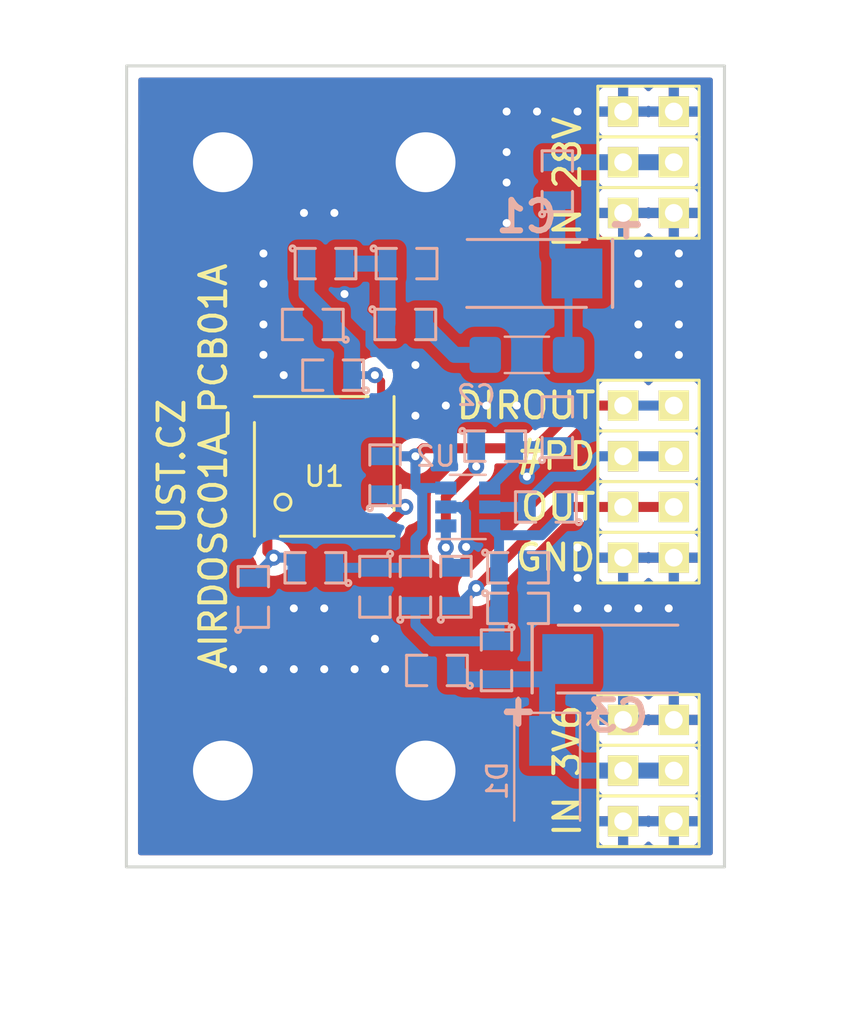
<source format=kicad_pcb>
(kicad_pcb (version 20171130) (host pcbnew "(6.0.0-rc1-dev-205-gc0615c5ef)")

  (general
    (thickness 1.6)
    (drawings 12)
    (tracks 171)
    (zones 0)
    (modules 39)
    (nets 16)
  )

  (page A4)
  (layers
    (0 F.Cu signal)
    (31 B.Cu signal)
    (32 B.Adhes user)
    (33 F.Adhes user)
    (34 B.Paste user)
    (35 F.Paste user)
    (36 B.SilkS user)
    (37 F.SilkS user)
    (38 B.Mask user)
    (39 F.Mask user hide)
    (40 Dwgs.User user)
    (41 Cmts.User user)
    (42 Eco1.User user)
    (43 Eco2.User user)
    (44 Edge.Cuts user)
    (45 Margin user)
    (46 B.CrtYd user)
    (47 F.CrtYd user)
    (48 B.Fab user)
    (49 F.Fab user)
  )

  (setup
    (last_trace_width 0.25)
    (user_trace_width 0.4)
    (user_trace_width 0.5)
    (user_trace_width 0.6)
    (user_trace_width 0.8)
    (user_trace_width 1)
    (trace_clearance 0.2)
    (zone_clearance 0.508)
    (zone_45_only no)
    (trace_min 0.2)
    (via_size 0.8)
    (via_drill 0.4)
    (via_min_size 0.4)
    (via_min_drill 0.3)
    (user_via 0.8 0.4)
    (uvia_size 0.3)
    (uvia_drill 0.1)
    (uvias_allowed no)
    (uvia_min_size 0.2)
    (uvia_min_drill 0.1)
    (edge_width 0.12)
    (segment_width 0.2)
    (pcb_text_width 0.3)
    (pcb_text_size 1.5 1.5)
    (mod_edge_width 0.15)
    (mod_text_size 1 1)
    (mod_text_width 0.15)
    (pad_size 1.524 1.524)
    (pad_drill 0.762)
    (pad_to_mask_clearance 0.2)
    (solder_mask_min_width 0.25)
    (aux_axis_origin 0 0)
    (visible_elements 7FFFFF7F)
    (pcbplotparams
      (layerselection 0x010e0_ffffffff)
      (usegerberextensions false)
      (usegerberattributes false)
      (usegerberadvancedattributes false)
      (creategerberjobfile false)
      (excludeedgelayer true)
      (linewidth 1.300000)
      (plotframeref false)
      (viasonmask false)
      (mode 1)
      (useauxorigin false)
      (hpglpennumber 1)
      (hpglpenspeed 20)
      (hpglpendiameter 15.000000)
      (psnegative false)
      (psa4output false)
      (plotreference true)
      (plotvalue true)
      (plotinvisibletext false)
      (padsonsilk false)
      (subtractmaskfromsilk false)
      (outputformat 1)
      (mirror false)
      (drillshape 0)
      (scaleselection 1)
      (outputdirectory "../CAM_PROFI/"))
  )

  (net 0 "")
  (net 1 "Net-(C1-Pad1)")
  (net 2 GND)
  (net 3 "Net-(C2-Pad3)")
  (net 4 /+3V6)
  (net 5 "Net-(C5-Pad1)")
  (net 6 "Net-(C6-Pad1)")
  (net 7 +3V3)
  (net 8 /DIRECT_OUT)
  (net 9 "Net-(C10-Pad2)")
  (net 10 +28V)
  (net 11 /OUT)
  (net 12 /#PD)
  (net 13 "Net-(R6-Pad1)")
  (net 14 "Net-(R10-Pad2)")
  (net 15 "Net-(R10-Pad1)")

  (net_class Default "Toto je výchozí třída sítě."
    (clearance 0.2)
    (trace_width 0.25)
    (via_dia 0.8)
    (via_drill 0.4)
    (uvia_dia 0.3)
    (uvia_drill 0.1)
    (add_net +28V)
    (add_net +3V3)
    (add_net /#PD)
    (add_net /+3V6)
    (add_net /DIRECT_OUT)
    (add_net /OUT)
    (add_net GND)
    (add_net "Net-(C1-Pad1)")
    (add_net "Net-(C10-Pad2)")
    (add_net "Net-(C2-Pad3)")
    (add_net "Net-(C5-Pad1)")
    (add_net "Net-(C6-Pad1)")
    (add_net "Net-(R10-Pad1)")
    (add_net "Net-(R10-Pad2)")
    (add_net "Net-(R6-Pad1)")
  )

  (module Mlab_IO:MicroFC−60035−SMT (layer F.Cu) (tedit 5C6DCC5F) (tstamp 5C6D2929)
    (at 83.82 73.66)
    (path /5C5D8BBE)
    (fp_text reference U1 (at 0 0.5) (layer F.SilkS)
      (effects (font (size 1 1) (thickness 0.15)))
    )
    (fp_text value "MICROFC-60035-SMT-TR(1)" (at 0 -0.5 90) (layer F.Fab) hide
      (effects (font (size 1 1) (thickness 0.15)))
    )
    (fp_text user %R (at -0.0127 0.508) (layer F.Fab)
      (effects (font (size 1 1) (thickness 0.15)))
    )
    (fp_circle (center -2.0701 1.7907) (end -1.668491 1.7907) (layer F.Fab) (width 0.15))
    (fp_circle (center -2.0701 1.7907) (end -1.7399 2.0193) (layer F.SilkS) (width 0.15))
    (fp_line (start 3.5 3.5) (end -3.5 3.5) (layer F.Fab) (width 0.15))
    (fp_line (start 3.5 -3.5) (end 3.5 3.5) (layer F.Fab) (width 0.15))
    (fp_line (start -3.5 3.5) (end -3.5 -3.5) (layer F.Fab) (width 0.15))
    (fp_line (start -3.5 -3.5) (end 3.5 -3.5) (layer F.Fab) (width 0.15))
    (fp_line (start -3.5 3.5) (end -3.5 -2.2) (layer F.SilkS) (width 0.15))
    (fp_line (start 3.5 3.5) (end -2.2 3.5) (layer F.SilkS) (width 0.15))
    (fp_line (start 3.5 -3.5) (end 3.5 2.2) (layer F.SilkS) (width 0.15))
    (fp_line (start -3.5 -3.5) (end 2.2 -3.5) (layer F.SilkS) (width 0.15))
    (pad 4 smd trapezoid (at -3 -2.85 270) (size 0.6 1.1) (layers F.Cu F.Paste F.Mask))
    (pad 3 smd trapezoid (at 2.85 -3 180) (size 0.6 1.1) (layers F.Cu F.Paste F.Mask)
      (net 6 "Net-(C6-Pad1)"))
    (pad 2 smd trapezoid (at 3 2.85 90) (size 0.6 1.1) (layers F.Cu F.Paste F.Mask)
      (net 13 "Net-(R6-Pad1)"))
    (pad 1 smd trapezoid (at -2.85 3) (size 0.6 1.1) (layers F.Cu F.Paste F.Mask)
      (net 9 "Net-(C10-Pad2)"))
  )

  (module Mlab_Pin_Headers:Straight_2x01 (layer F.Cu) (tedit 5C6D1993) (tstamp 5C6D0F64)
    (at 100.076 91.44)
    (descr "pin header straight 2x01")
    (tags "pin header straight 2x01")
    (path /5C6DBC7D)
    (fp_text reference J4 (at 0 -2.54) (layer F.SilkS) hide
      (effects (font (size 1.5 1.5) (thickness 0.15)))
    )
    (fp_text value HEADER_2x01_PARALLEL (at 0 2.54) (layer F.SilkS) hide
      (effects (font (size 1.5 1.5) (thickness 0.15)))
    )
    (fp_line (start -2.54 1.27) (end -2.54 -1.27) (layer F.SilkS) (width 0.15))
    (fp_line (start 2.54 1.27) (end -2.54 1.27) (layer F.SilkS) (width 0.15))
    (fp_line (start 2.54 -1.27) (end 2.54 1.27) (layer F.SilkS) (width 0.15))
    (fp_line (start -2.54 -1.27) (end 2.54 -1.27) (layer F.SilkS) (width 0.15))
    (pad 2 thru_hole rect (at 1.27 0) (size 1.524 1.524) (drill 0.889) (layers *.Cu *.Mask F.SilkS)
      (net 2 GND))
    (pad 1 thru_hole rect (at -1.27 0) (size 1.524 1.524) (drill 0.889) (layers *.Cu *.Mask F.SilkS)
      (net 2 GND))
    (model ${KISYS3DMOD}/Connector_PinHeader_2.54mm.3dshapes/PinHeader_2x01_P2.54mm_Vertical.wrl
      (offset (xyz -1.27 0 0))
      (scale (xyz 1 1 1))
      (rotate (xyz 0 0 0))
    )
  )

  (module Mlab_Pin_Headers:Straight_2x01 (layer F.Cu) (tedit 5C6D1993) (tstamp 5C78CB74)
    (at 100.076 88.9 180)
    (descr "pin header straight 2x01")
    (tags "pin header straight 2x01")
    (path /5C749873)
    (fp_text reference J5 (at 0 -2.54 180) (layer F.SilkS) hide
      (effects (font (size 1.5 1.5) (thickness 0.15)))
    )
    (fp_text value HEADER_2x01_PARALLEL (at 0 2.54 180) (layer F.SilkS) hide
      (effects (font (size 1.5 1.5) (thickness 0.15)))
    )
    (fp_line (start -2.54 1.27) (end -2.54 -1.27) (layer F.SilkS) (width 0.15))
    (fp_line (start 2.54 1.27) (end -2.54 1.27) (layer F.SilkS) (width 0.15))
    (fp_line (start 2.54 -1.27) (end 2.54 1.27) (layer F.SilkS) (width 0.15))
    (fp_line (start -2.54 -1.27) (end 2.54 -1.27) (layer F.SilkS) (width 0.15))
    (pad 2 thru_hole rect (at 1.27 0 180) (size 1.524 1.524) (drill 0.889) (layers *.Cu *.Mask F.SilkS)
      (net 4 /+3V6))
    (pad 1 thru_hole rect (at -1.27 0 180) (size 1.524 1.524) (drill 0.889) (layers *.Cu *.Mask F.SilkS)
      (net 4 /+3V6))
    (model ${KISYS3DMOD}/Connector_PinHeader_2.54mm.3dshapes/PinHeader_2x01_P2.54mm_Vertical.wrl
      (offset (xyz -1.27 0 0))
      (scale (xyz 1 1 1))
      (rotate (xyz 0 0 0))
    )
  )

  (module Mlab_Pin_Headers:Straight_2x01 (layer F.Cu) (tedit 5C6D1993) (tstamp 5C78CB7E)
    (at 100.076 86.36 180)
    (descr "pin header straight 2x01")
    (tags "pin header straight 2x01")
    (path /5C74D68D)
    (fp_text reference J6 (at 0 -2.54 180) (layer F.SilkS) hide
      (effects (font (size 1.5 1.5) (thickness 0.15)))
    )
    (fp_text value HEADER_2x01_PARALLEL (at 0 2.54 180) (layer F.SilkS) hide
      (effects (font (size 1.5 1.5) (thickness 0.15)))
    )
    (fp_line (start -2.54 1.27) (end -2.54 -1.27) (layer F.SilkS) (width 0.15))
    (fp_line (start 2.54 1.27) (end -2.54 1.27) (layer F.SilkS) (width 0.15))
    (fp_line (start 2.54 -1.27) (end 2.54 1.27) (layer F.SilkS) (width 0.15))
    (fp_line (start -2.54 -1.27) (end 2.54 -1.27) (layer F.SilkS) (width 0.15))
    (pad 2 thru_hole rect (at 1.27 0 180) (size 1.524 1.524) (drill 0.889) (layers *.Cu *.Mask F.SilkS)
      (net 2 GND))
    (pad 1 thru_hole rect (at -1.27 0 180) (size 1.524 1.524) (drill 0.889) (layers *.Cu *.Mask F.SilkS)
      (net 2 GND))
    (model ${KISYS3DMOD}/Connector_PinHeader_2.54mm.3dshapes/PinHeader_2x01_P2.54mm_Vertical.wrl
      (offset (xyz -1.27 0 0))
      (scale (xyz 1 1 1))
      (rotate (xyz 0 0 0))
    )
  )

  (module Mlab_Pin_Headers:Straight_2x01 (layer F.Cu) (tedit 5C6D1993) (tstamp 5C6D1024)
    (at 100.076 78.232)
    (descr "pin header straight 2x01")
    (tags "pin header straight 2x01")
    (path /5C6DECB4)
    (fp_text reference J9 (at 0 -2.54) (layer F.SilkS) hide
      (effects (font (size 1.5 1.5) (thickness 0.15)))
    )
    (fp_text value HEADER_2x01_PARALLEL (at 0 2.54) (layer F.SilkS) hide
      (effects (font (size 1.5 1.5) (thickness 0.15)))
    )
    (fp_line (start -2.54 1.27) (end -2.54 -1.27) (layer F.SilkS) (width 0.15))
    (fp_line (start 2.54 1.27) (end -2.54 1.27) (layer F.SilkS) (width 0.15))
    (fp_line (start 2.54 -1.27) (end 2.54 1.27) (layer F.SilkS) (width 0.15))
    (fp_line (start -2.54 -1.27) (end 2.54 -1.27) (layer F.SilkS) (width 0.15))
    (pad 2 thru_hole rect (at 1.27 0) (size 1.524 1.524) (drill 0.889) (layers *.Cu *.Mask F.SilkS)
      (net 2 GND))
    (pad 1 thru_hole rect (at -1.27 0) (size 1.524 1.524) (drill 0.889) (layers *.Cu *.Mask F.SilkS)
      (net 2 GND))
    (model ${KISYS3DMOD}/Connector_PinHeader_2.54mm.3dshapes/PinHeader_2x01_P2.54mm_Vertical.wrl
      (offset (xyz -1.27 0 0))
      (scale (xyz 1 1 1))
      (rotate (xyz 0 0 0))
    )
  )

  (module Mlab_Pin_Headers:Straight_2x01 (layer F.Cu) (tedit 5C6D1993) (tstamp 5C6D0E16)
    (at 100.076 75.692)
    (descr "pin header straight 2x01")
    (tags "pin header straight 2x01")
    (path /5C73FBA4)
    (fp_text reference J8 (at 0 -2.54) (layer F.SilkS) hide
      (effects (font (size 1.5 1.5) (thickness 0.15)))
    )
    (fp_text value HEADER_2x01_PARALLEL (at 0 2.54) (layer F.SilkS) hide
      (effects (font (size 1.5 1.5) (thickness 0.15)))
    )
    (fp_line (start -2.54 1.27) (end -2.54 -1.27) (layer F.SilkS) (width 0.15))
    (fp_line (start 2.54 1.27) (end -2.54 1.27) (layer F.SilkS) (width 0.15))
    (fp_line (start 2.54 -1.27) (end 2.54 1.27) (layer F.SilkS) (width 0.15))
    (fp_line (start -2.54 -1.27) (end 2.54 -1.27) (layer F.SilkS) (width 0.15))
    (pad 2 thru_hole rect (at 1.27 0) (size 1.524 1.524) (drill 0.889) (layers *.Cu *.Mask F.SilkS)
      (net 11 /OUT))
    (pad 1 thru_hole rect (at -1.27 0) (size 1.524 1.524) (drill 0.889) (layers *.Cu *.Mask F.SilkS)
      (net 11 /OUT))
    (model ${KISYS3DMOD}/Connector_PinHeader_2.54mm.3dshapes/PinHeader_2x01_P2.54mm_Vertical.wrl
      (offset (xyz -1.27 0 0))
      (scale (xyz 1 1 1))
      (rotate (xyz 0 0 0))
    )
  )

  (module Mlab_Pin_Headers:Straight_2x01 (layer F.Cu) (tedit 5C6D1993) (tstamp 5C6CF336)
    (at 100.076 73.152)
    (descr "pin header straight 2x01")
    (tags "pin header straight 2x01")
    (path /5C73FDF3)
    (fp_text reference J10 (at 0 -2.54) (layer F.SilkS) hide
      (effects (font (size 1.5 1.5) (thickness 0.15)))
    )
    (fp_text value HEADER_2x01_PARALLEL (at 0 2.54) (layer F.SilkS) hide
      (effects (font (size 1.5 1.5) (thickness 0.15)))
    )
    (fp_line (start -2.54 1.27) (end -2.54 -1.27) (layer F.SilkS) (width 0.15))
    (fp_line (start 2.54 1.27) (end -2.54 1.27) (layer F.SilkS) (width 0.15))
    (fp_line (start 2.54 -1.27) (end 2.54 1.27) (layer F.SilkS) (width 0.15))
    (fp_line (start -2.54 -1.27) (end 2.54 -1.27) (layer F.SilkS) (width 0.15))
    (pad 2 thru_hole rect (at 1.27 0) (size 1.524 1.524) (drill 0.889) (layers *.Cu *.Mask F.SilkS)
      (net 12 /#PD))
    (pad 1 thru_hole rect (at -1.27 0) (size 1.524 1.524) (drill 0.889) (layers *.Cu *.Mask F.SilkS)
      (net 12 /#PD))
    (model ${KISYS3DMOD}/Connector_PinHeader_2.54mm.3dshapes/PinHeader_2x01_P2.54mm_Vertical.wrl
      (offset (xyz -1.27 0 0))
      (scale (xyz 1 1 1))
      (rotate (xyz 0 0 0))
    )
  )

  (module Mlab_Pin_Headers:Straight_2x01 (layer F.Cu) (tedit 5C6D1993) (tstamp 5C78CB88)
    (at 100.076 70.612)
    (descr "pin header straight 2x01")
    (tags "pin header straight 2x01")
    (path /5C73FF81)
    (fp_text reference J7 (at 0 -2.54) (layer F.SilkS) hide
      (effects (font (size 1.5 1.5) (thickness 0.15)))
    )
    (fp_text value HEADER_2x01_PARALLEL (at 0 2.54) (layer F.SilkS) hide
      (effects (font (size 1.5 1.5) (thickness 0.15)))
    )
    (fp_line (start -2.54 1.27) (end -2.54 -1.27) (layer F.SilkS) (width 0.15))
    (fp_line (start 2.54 1.27) (end -2.54 1.27) (layer F.SilkS) (width 0.15))
    (fp_line (start 2.54 -1.27) (end 2.54 1.27) (layer F.SilkS) (width 0.15))
    (fp_line (start -2.54 -1.27) (end 2.54 -1.27) (layer F.SilkS) (width 0.15))
    (pad 2 thru_hole rect (at 1.27 0) (size 1.524 1.524) (drill 0.889) (layers *.Cu *.Mask F.SilkS)
      (net 8 /DIRECT_OUT))
    (pad 1 thru_hole rect (at -1.27 0) (size 1.524 1.524) (drill 0.889) (layers *.Cu *.Mask F.SilkS)
      (net 8 /DIRECT_OUT))
    (model ${KISYS3DMOD}/Connector_PinHeader_2.54mm.3dshapes/PinHeader_2x01_P2.54mm_Vertical.wrl
      (offset (xyz -1.27 0 0))
      (scale (xyz 1 1 1))
      (rotate (xyz 0 0 0))
    )
  )

  (module Mlab_Pin_Headers:Straight_2x01 (layer F.Cu) (tedit 5C6D1993) (tstamp 5C78CB56)
    (at 100.076 60.96)
    (descr "pin header straight 2x01")
    (tags "pin header straight 2x01")
    (path /5C757DE5)
    (fp_text reference J1 (at 0 -2.54) (layer F.SilkS) hide
      (effects (font (size 1.5 1.5) (thickness 0.15)))
    )
    (fp_text value HEADER_2x01_PARALLEL (at 0 2.54) (layer F.SilkS) hide
      (effects (font (size 1.5 1.5) (thickness 0.15)))
    )
    (fp_line (start -2.54 1.27) (end -2.54 -1.27) (layer F.SilkS) (width 0.15))
    (fp_line (start 2.54 1.27) (end -2.54 1.27) (layer F.SilkS) (width 0.15))
    (fp_line (start 2.54 -1.27) (end 2.54 1.27) (layer F.SilkS) (width 0.15))
    (fp_line (start -2.54 -1.27) (end 2.54 -1.27) (layer F.SilkS) (width 0.15))
    (pad 2 thru_hole rect (at 1.27 0) (size 1.524 1.524) (drill 0.889) (layers *.Cu *.Mask F.SilkS)
      (net 2 GND))
    (pad 1 thru_hole rect (at -1.27 0) (size 1.524 1.524) (drill 0.889) (layers *.Cu *.Mask F.SilkS)
      (net 2 GND))
    (model ${KISYS3DMOD}/Connector_PinHeader_2.54mm.3dshapes/PinHeader_2x01_P2.54mm_Vertical.wrl
      (offset (xyz -1.27 0 0))
      (scale (xyz 1 1 1))
      (rotate (xyz 0 0 0))
    )
  )

  (module Mlab_Pin_Headers:Straight_2x01 (layer F.Cu) (tedit 5C6D1993) (tstamp 5C78CB60)
    (at 100.076 58.42)
    (descr "pin header straight 2x01")
    (tags "pin header straight 2x01")
    (path /5C75370A)
    (fp_text reference J2 (at 0 -2.54) (layer F.SilkS) hide
      (effects (font (size 1.5 1.5) (thickness 0.15)))
    )
    (fp_text value HEADER_2x01_PARALLEL (at 0 2.54) (layer F.SilkS) hide
      (effects (font (size 1.5 1.5) (thickness 0.15)))
    )
    (fp_line (start -2.54 1.27) (end -2.54 -1.27) (layer F.SilkS) (width 0.15))
    (fp_line (start 2.54 1.27) (end -2.54 1.27) (layer F.SilkS) (width 0.15))
    (fp_line (start 2.54 -1.27) (end 2.54 1.27) (layer F.SilkS) (width 0.15))
    (fp_line (start -2.54 -1.27) (end 2.54 -1.27) (layer F.SilkS) (width 0.15))
    (pad 2 thru_hole rect (at 1.27 0) (size 1.524 1.524) (drill 0.889) (layers *.Cu *.Mask F.SilkS)
      (net 10 +28V))
    (pad 1 thru_hole rect (at -1.27 0) (size 1.524 1.524) (drill 0.889) (layers *.Cu *.Mask F.SilkS)
      (net 10 +28V))
    (model ${KISYS3DMOD}/Connector_PinHeader_2.54mm.3dshapes/PinHeader_2x01_P2.54mm_Vertical.wrl
      (offset (xyz -1.27 0 0))
      (scale (xyz 1 1 1))
      (rotate (xyz 0 0 0))
    )
  )

  (module Mlab_Pin_Headers:Straight_2x01 (layer F.Cu) (tedit 5C6D1993) (tstamp 5C78CB6A)
    (at 100.076 55.88)
    (descr "pin header straight 2x01")
    (tags "pin header straight 2x01")
    (path /5C75385D)
    (fp_text reference J3 (at 0 -2.54) (layer F.SilkS) hide
      (effects (font (size 1.5 1.5) (thickness 0.15)))
    )
    (fp_text value HEADER_2x01_PARALLEL (at 0 2.54) (layer F.SilkS) hide
      (effects (font (size 1.5 1.5) (thickness 0.15)))
    )
    (fp_line (start -2.54 1.27) (end -2.54 -1.27) (layer F.SilkS) (width 0.15))
    (fp_line (start 2.54 1.27) (end -2.54 1.27) (layer F.SilkS) (width 0.15))
    (fp_line (start 2.54 -1.27) (end 2.54 1.27) (layer F.SilkS) (width 0.15))
    (fp_line (start -2.54 -1.27) (end 2.54 -1.27) (layer F.SilkS) (width 0.15))
    (pad 2 thru_hole rect (at 1.27 0) (size 1.524 1.524) (drill 0.889) (layers *.Cu *.Mask F.SilkS)
      (net 2 GND))
    (pad 1 thru_hole rect (at -1.27 0) (size 1.524 1.524) (drill 0.889) (layers *.Cu *.Mask F.SilkS)
      (net 2 GND))
    (model ${KISYS3DMOD}/Connector_PinHeader_2.54mm.3dshapes/PinHeader_2x01_P2.54mm_Vertical.wrl
      (offset (xyz -1.27 0 0))
      (scale (xyz 1 1 1))
      (rotate (xyz 0 0 0))
    )
  )

  (module Mlab_C:TantalC_SizeC_Reflow (layer B.Cu) (tedit 5C6D17E8) (tstamp 5C6D0A6F)
    (at 98.552 83.312)
    (descr "Tantal Cap. , Size C, EIA-6032, Reflow,")
    (tags "Tantal Cap. , Size C, EIA-6032, Reflow,")
    (path /5C72FE35)
    (attr smd)
    (fp_text reference C3 (at 0 2.85) (layer B.SilkS)
      (effects (font (size 1.524 1.524) (thickness 0.3048)) (justify mirror))
    )
    (fp_text value 47uF (at 0 -3) (layer B.SilkS) hide
      (effects (font (size 1.524 1.524) (thickness 0.3048)) (justify mirror))
    )
    (fp_text user %R (at 0.1016 0) (layer B.Fab)
      (effects (font (size 1.524 1.524) (thickness 0.3)) (justify mirror))
    )
    (fp_text user + (at -5.0038 2.54) (layer B.Fab)
      (effects (font (size 1.5 1.5) (thickness 0.15)) (justify mirror))
    )
    (fp_line (start 2.97688 -1.69926) (end -3.0226 -1.69926) (layer B.Fab) (width 0.15))
    (fp_line (start -4.318 1.7018) (end -4.318 -1.69672) (layer B.SilkS) (width 0.15))
    (fp_line (start 2.97688 1.7018) (end -3.0226 1.7018) (layer B.SilkS) (width 0.15))
    (fp_line (start -5.6007 2.5527) (end -4.40182 2.5527) (layer B.SilkS) (width 0.15))
    (fp_line (start -5.00126 3.05308) (end -5.00126 1.95326) (layer B.SilkS) (width 0.15))
    (fp_text user + (at -4.99872 2.55016) (layer B.SilkS)
      (effects (font (size 1.524 1.524) (thickness 0.3048)) (justify mirror))
    )
    (fp_line (start 2.99974 1.69926) (end -2.99974 1.69926) (layer B.Fab) (width 0.15))
    (fp_line (start 2.99974 -1.69926) (end -2.99974 -1.69926) (layer B.SilkS) (width 0.15))
    (fp_line (start -4.30022 1.69926) (end -4.30022 -1.69926) (layer B.SilkS) (width 0.15))
    (pad 1 smd rect (at -2.52476 0) (size 2.55016 2.49936) (layers B.Cu B.Paste B.Mask)
      (net 4 /+3V6))
    (pad 2 smd rect (at 2.52476 0) (size 2.55016 2.49936) (layers B.Cu B.Paste B.Mask)
      (net 2 GND))
    (model ${KISYS3DMOD}/Capacitor_Tantalum_SMD.3dshapes/CP_EIA-6032-28_Kemet-C.wrl
      (at (xyz 0 0 0))
      (scale (xyz 1 1 1))
      (rotate (xyz 0 0 0))
    )
  )

  (module Mlab_C:TantalC_SizeC_Reflow (layer B.Cu) (tedit 5C6D17E8) (tstamp 5C78CA8B)
    (at 93.96476 63.99276 180)
    (descr "Tantal Cap. , Size C, EIA-6032, Reflow,")
    (tags "Tantal Cap. , Size C, EIA-6032, Reflow,")
    (path /5BB0957A)
    (attr smd)
    (fp_text reference C1 (at 0 2.85 180) (layer B.SilkS)
      (effects (font (size 1.524 1.524) (thickness 0.3048)) (justify mirror))
    )
    (fp_text value 15uF/35V (at 0 -3 180) (layer B.SilkS) hide
      (effects (font (size 1.524 1.524) (thickness 0.3048)) (justify mirror))
    )
    (fp_text user %R (at 0.1016 0 180) (layer B.Fab)
      (effects (font (size 1.524 1.524) (thickness 0.3)) (justify mirror))
    )
    (fp_text user + (at -5.0038 2.54 180) (layer B.Fab)
      (effects (font (size 1.5 1.5) (thickness 0.15)) (justify mirror))
    )
    (fp_line (start 2.97688 -1.69926) (end -3.0226 -1.69926) (layer B.Fab) (width 0.15))
    (fp_line (start -4.318 1.7018) (end -4.318 -1.69672) (layer B.SilkS) (width 0.15))
    (fp_line (start 2.97688 1.7018) (end -3.0226 1.7018) (layer B.SilkS) (width 0.15))
    (fp_line (start -5.6007 2.5527) (end -4.40182 2.5527) (layer B.SilkS) (width 0.15))
    (fp_line (start -5.00126 3.05308) (end -5.00126 1.95326) (layer B.SilkS) (width 0.15))
    (fp_text user + (at -4.99872 2.55016 180) (layer B.SilkS)
      (effects (font (size 1.524 1.524) (thickness 0.3048)) (justify mirror))
    )
    (fp_line (start 2.99974 1.69926) (end -2.99974 1.69926) (layer B.Fab) (width 0.15))
    (fp_line (start 2.99974 -1.69926) (end -2.99974 -1.69926) (layer B.SilkS) (width 0.15))
    (fp_line (start -4.30022 1.69926) (end -4.30022 -1.69926) (layer B.SilkS) (width 0.15))
    (pad 1 smd rect (at -2.52476 0 180) (size 2.55016 2.49936) (layers B.Cu B.Paste B.Mask)
      (net 1 "Net-(C1-Pad1)"))
    (pad 2 smd rect (at 2.52476 0 180) (size 2.55016 2.49936) (layers B.Cu B.Paste B.Mask)
      (net 2 GND))
    (model ${KISYS3DMOD}/Capacitor_Tantalum_SMD.3dshapes/CP_EIA-6032-28_Kemet-C.wrl
      (at (xyz 0 0 0))
      (scale (xyz 1 1 1))
      (rotate (xyz 0 0 0))
    )
  )

  (module Mlab_R:SMD-0805 (layer B.Cu) (tedit 5C6D150A) (tstamp 5C78CB33)
    (at 83.3755 78.74 180)
    (path /5C6E466E)
    (attr smd)
    (fp_text reference C10 (at 0 0.3175 180) (layer B.Fab)
      (effects (font (size 0.50038 0.50038) (thickness 0.10922)) (justify mirror))
    )
    (fp_text value - (at 0.127 -0.381 180) (layer B.Fab)
      (effects (font (size 0.50038 0.50038) (thickness 0.10922)) (justify mirror))
    )
    (fp_line (start 1.524 -0.762) (end 0.508 -0.762) (layer B.SilkS) (width 0.15))
    (fp_line (start 1.524 0.762) (end 1.524 -0.762) (layer B.SilkS) (width 0.15))
    (fp_line (start 0.508 0.762) (end 1.524 0.762) (layer B.SilkS) (width 0.15))
    (fp_line (start -0.508 -0.762) (end -1.524 -0.762) (layer B.SilkS) (width 0.15))
    (fp_line (start -1.524 -0.762) (end -1.524 0.762) (layer B.Fab) (width 0.15))
    (fp_line (start -1.524 0.762) (end -0.508 0.762) (layer B.Fab) (width 0.15))
    (fp_circle (center -1.651 -0.762) (end -1.651 -0.635) (layer B.SilkS) (width 0.15))
    (fp_line (start -0.508 -0.762) (end -1.524 -0.762) (layer B.Fab) (width 0.15))
    (fp_line (start -1.524 -0.762) (end -1.524 0.762) (layer B.SilkS) (width 0.15))
    (fp_line (start -1.524 0.762) (end -0.508 0.762) (layer B.SilkS) (width 0.15))
    (fp_line (start 0.508 0.762) (end 1.524 0.762) (layer B.Fab) (width 0.15))
    (fp_line (start 1.524 0.762) (end 1.524 -0.762) (layer B.Fab) (width 0.15))
    (fp_line (start 1.524 -0.762) (end 0.508 -0.762) (layer B.Fab) (width 0.15))
    (pad 1 smd rect (at -0.9525 0 180) (size 0.889 1.397) (layers B.Cu B.Paste B.Mask)
      (net 8 /DIRECT_OUT))
    (pad 2 smd rect (at 0.9525 0 180) (size 0.889 1.397) (layers B.Cu B.Paste B.Mask)
      (net 9 "Net-(C10-Pad2)"))
    (model ${KISYS3DMOD}/Resistor_SMD.3dshapes/R_0805_2012Metric.wrl
      (at (xyz 0 0 0))
      (scale (xyz 1 1 1))
      (rotate (xyz 0 0 0))
    )
  )

  (module Mlab_R:SMD-0805 (layer B.Cu) (tedit 5C6D150A) (tstamp 5C78CC4C)
    (at 86.36 79.6925 270)
    (path /5C6E4554)
    (attr smd)
    (fp_text reference R8 (at 0 0.3175 270) (layer B.Fab)
      (effects (font (size 0.50038 0.50038) (thickness 0.10922)) (justify mirror))
    )
    (fp_text value 2k (at 0.127 -0.381 270) (layer B.Fab)
      (effects (font (size 0.50038 0.50038) (thickness 0.10922)) (justify mirror))
    )
    (fp_line (start 1.524 -0.762) (end 0.508 -0.762) (layer B.SilkS) (width 0.15))
    (fp_line (start 1.524 0.762) (end 1.524 -0.762) (layer B.SilkS) (width 0.15))
    (fp_line (start 0.508 0.762) (end 1.524 0.762) (layer B.SilkS) (width 0.15))
    (fp_line (start -0.508 -0.762) (end -1.524 -0.762) (layer B.SilkS) (width 0.15))
    (fp_line (start -1.524 -0.762) (end -1.524 0.762) (layer B.Fab) (width 0.15))
    (fp_line (start -1.524 0.762) (end -0.508 0.762) (layer B.Fab) (width 0.15))
    (fp_circle (center -1.651 -0.762) (end -1.651 -0.635) (layer B.SilkS) (width 0.15))
    (fp_line (start -0.508 -0.762) (end -1.524 -0.762) (layer B.Fab) (width 0.15))
    (fp_line (start -1.524 -0.762) (end -1.524 0.762) (layer B.SilkS) (width 0.15))
    (fp_line (start -1.524 0.762) (end -0.508 0.762) (layer B.SilkS) (width 0.15))
    (fp_line (start 0.508 0.762) (end 1.524 0.762) (layer B.Fab) (width 0.15))
    (fp_line (start 1.524 0.762) (end 1.524 -0.762) (layer B.Fab) (width 0.15))
    (fp_line (start 1.524 -0.762) (end 0.508 -0.762) (layer B.Fab) (width 0.15))
    (pad 1 smd rect (at -0.9525 0 270) (size 0.889 1.397) (layers B.Cu B.Paste B.Mask)
      (net 8 /DIRECT_OUT))
    (pad 2 smd rect (at 0.9525 0 270) (size 0.889 1.397) (layers B.Cu B.Paste B.Mask)
      (net 2 GND))
    (model ${KISYS3DMOD}/Resistor_SMD.3dshapes/R_0805_2012Metric.wrl
      (at (xyz 0 0 0))
      (scale (xyz 1 1 1))
      (rotate (xyz 0 0 0))
    )
  )

  (module Mlab_R:SMD-0805 (layer B.Cu) (tedit 5C6D150A) (tstamp 5C78CC39)
    (at 88.392 79.6925 90)
    (path /5C6E44AE)
    (attr smd)
    (fp_text reference R7 (at 0 0.3175 90) (layer B.Fab)
      (effects (font (size 0.50038 0.50038) (thickness 0.10922)) (justify mirror))
    )
    (fp_text value 2k (at 0.127 -0.381 90) (layer B.Fab)
      (effects (font (size 0.50038 0.50038) (thickness 0.10922)) (justify mirror))
    )
    (fp_line (start 1.524 -0.762) (end 0.508 -0.762) (layer B.SilkS) (width 0.15))
    (fp_line (start 1.524 0.762) (end 1.524 -0.762) (layer B.SilkS) (width 0.15))
    (fp_line (start 0.508 0.762) (end 1.524 0.762) (layer B.SilkS) (width 0.15))
    (fp_line (start -0.508 -0.762) (end -1.524 -0.762) (layer B.SilkS) (width 0.15))
    (fp_line (start -1.524 -0.762) (end -1.524 0.762) (layer B.Fab) (width 0.15))
    (fp_line (start -1.524 0.762) (end -0.508 0.762) (layer B.Fab) (width 0.15))
    (fp_circle (center -1.651 -0.762) (end -1.651 -0.635) (layer B.SilkS) (width 0.15))
    (fp_line (start -0.508 -0.762) (end -1.524 -0.762) (layer B.Fab) (width 0.15))
    (fp_line (start -1.524 -0.762) (end -1.524 0.762) (layer B.SilkS) (width 0.15))
    (fp_line (start -1.524 0.762) (end -0.508 0.762) (layer B.SilkS) (width 0.15))
    (fp_line (start 0.508 0.762) (end 1.524 0.762) (layer B.Fab) (width 0.15))
    (fp_line (start 1.524 0.762) (end 1.524 -0.762) (layer B.Fab) (width 0.15))
    (fp_line (start 1.524 -0.762) (end 0.508 -0.762) (layer B.Fab) (width 0.15))
    (pad 1 smd rect (at -0.9525 0 90) (size 0.889 1.397) (layers B.Cu B.Paste B.Mask)
      (net 7 +3V3))
    (pad 2 smd rect (at 0.9525 0 90) (size 0.889 1.397) (layers B.Cu B.Paste B.Mask)
      (net 8 /DIRECT_OUT))
    (model ${KISYS3DMOD}/Resistor_SMD.3dshapes/R_0805_2012Metric.wrl
      (at (xyz 0 0 0))
      (scale (xyz 1 1 1))
      (rotate (xyz 0 0 0))
    )
  )

  (module Mlab_R:SMD-0805 (layer B.Cu) (tedit 5C6D150A) (tstamp 5C78CC98)
    (at 90.424 79.6925 90)
    (path /5C70A07B)
    (attr smd)
    (fp_text reference R12 (at 0 0.3175 90) (layer B.Fab)
      (effects (font (size 0.50038 0.50038) (thickness 0.10922)) (justify mirror))
    )
    (fp_text value 1k (at 0.127 -0.381 90) (layer B.Fab)
      (effects (font (size 0.50038 0.50038) (thickness 0.10922)) (justify mirror))
    )
    (fp_line (start 1.524 -0.762) (end 0.508 -0.762) (layer B.SilkS) (width 0.15))
    (fp_line (start 1.524 0.762) (end 1.524 -0.762) (layer B.SilkS) (width 0.15))
    (fp_line (start 0.508 0.762) (end 1.524 0.762) (layer B.SilkS) (width 0.15))
    (fp_line (start -0.508 -0.762) (end -1.524 -0.762) (layer B.SilkS) (width 0.15))
    (fp_line (start -1.524 -0.762) (end -1.524 0.762) (layer B.Fab) (width 0.15))
    (fp_line (start -1.524 0.762) (end -0.508 0.762) (layer B.Fab) (width 0.15))
    (fp_circle (center -1.651 -0.762) (end -1.651 -0.635) (layer B.SilkS) (width 0.15))
    (fp_line (start -0.508 -0.762) (end -1.524 -0.762) (layer B.Fab) (width 0.15))
    (fp_line (start -1.524 -0.762) (end -1.524 0.762) (layer B.SilkS) (width 0.15))
    (fp_line (start -1.524 0.762) (end -0.508 0.762) (layer B.SilkS) (width 0.15))
    (fp_line (start 0.508 0.762) (end 1.524 0.762) (layer B.Fab) (width 0.15))
    (fp_line (start 1.524 0.762) (end 1.524 -0.762) (layer B.Fab) (width 0.15))
    (fp_line (start 1.524 -0.762) (end 0.508 -0.762) (layer B.Fab) (width 0.15))
    (pad 1 smd rect (at -0.9525 0 90) (size 0.889 1.397) (layers B.Cu B.Paste B.Mask)
      (net 11 /OUT))
    (pad 2 smd rect (at 0.9525 0 90) (size 0.889 1.397) (layers B.Cu B.Paste B.Mask)
      (net 15 "Net-(R10-Pad1)"))
    (model ${KISYS3DMOD}/Resistor_SMD.3dshapes/R_0805_2012Metric.wrl
      (at (xyz 0 0 0))
      (scale (xyz 1 1 1))
      (rotate (xyz 0 0 0))
    )
  )

  (module Mlab_R:SMD-0805 (layer B.Cu) (tedit 5C6D150A) (tstamp 5C6D1AE9)
    (at 93.5355 78.74)
    (path /5C7301D2)
    (attr smd)
    (fp_text reference C8 (at 0 0.3175) (layer B.Fab)
      (effects (font (size 0.50038 0.50038) (thickness 0.10922)) (justify mirror))
    )
    (fp_text value 100nF (at 0.127 -0.381) (layer B.Fab)
      (effects (font (size 0.50038 0.50038) (thickness 0.10922)) (justify mirror))
    )
    (fp_line (start 1.524 -0.762) (end 0.508 -0.762) (layer B.SilkS) (width 0.15))
    (fp_line (start 1.524 0.762) (end 1.524 -0.762) (layer B.SilkS) (width 0.15))
    (fp_line (start 0.508 0.762) (end 1.524 0.762) (layer B.SilkS) (width 0.15))
    (fp_line (start -0.508 -0.762) (end -1.524 -0.762) (layer B.SilkS) (width 0.15))
    (fp_line (start -1.524 -0.762) (end -1.524 0.762) (layer B.Fab) (width 0.15))
    (fp_line (start -1.524 0.762) (end -0.508 0.762) (layer B.Fab) (width 0.15))
    (fp_circle (center -1.651 -0.762) (end -1.651 -0.635) (layer B.SilkS) (width 0.15))
    (fp_line (start -0.508 -0.762) (end -1.524 -0.762) (layer B.Fab) (width 0.15))
    (fp_line (start -1.524 -0.762) (end -1.524 0.762) (layer B.SilkS) (width 0.15))
    (fp_line (start -1.524 0.762) (end -0.508 0.762) (layer B.SilkS) (width 0.15))
    (fp_line (start 0.508 0.762) (end 1.524 0.762) (layer B.Fab) (width 0.15))
    (fp_line (start 1.524 0.762) (end 1.524 -0.762) (layer B.Fab) (width 0.15))
    (fp_line (start 1.524 -0.762) (end 0.508 -0.762) (layer B.Fab) (width 0.15))
    (pad 1 smd rect (at -0.9525 0) (size 0.889 1.397) (layers B.Cu B.Paste B.Mask)
      (net 7 +3V3))
    (pad 2 smd rect (at 0.9525 0) (size 0.889 1.397) (layers B.Cu B.Paste B.Mask)
      (net 2 GND))
    (model ${KISYS3DMOD}/Resistor_SMD.3dshapes/R_0805_2012Metric.wrl
      (at (xyz 0 0 0))
      (scale (xyz 1 1 1))
      (rotate (xyz 0 0 0))
    )
  )

  (module Mlab_R:SMD-0805 (layer B.Cu) (tedit 5C6D150A) (tstamp 5C6D0A3B)
    (at 93.5355 80.772)
    (path /5C7302B4)
    (attr smd)
    (fp_text reference C7 (at 0 0.3175) (layer B.Fab)
      (effects (font (size 0.50038 0.50038) (thickness 0.10922)) (justify mirror))
    )
    (fp_text value 10u (at 0.127 -0.381) (layer B.Fab)
      (effects (font (size 0.50038 0.50038) (thickness 0.10922)) (justify mirror))
    )
    (fp_line (start 1.524 -0.762) (end 0.508 -0.762) (layer B.SilkS) (width 0.15))
    (fp_line (start 1.524 0.762) (end 1.524 -0.762) (layer B.SilkS) (width 0.15))
    (fp_line (start 0.508 0.762) (end 1.524 0.762) (layer B.SilkS) (width 0.15))
    (fp_line (start -0.508 -0.762) (end -1.524 -0.762) (layer B.SilkS) (width 0.15))
    (fp_line (start -1.524 -0.762) (end -1.524 0.762) (layer B.Fab) (width 0.15))
    (fp_line (start -1.524 0.762) (end -0.508 0.762) (layer B.Fab) (width 0.15))
    (fp_circle (center -1.651 -0.762) (end -1.651 -0.635) (layer B.SilkS) (width 0.15))
    (fp_line (start -0.508 -0.762) (end -1.524 -0.762) (layer B.Fab) (width 0.15))
    (fp_line (start -1.524 -0.762) (end -1.524 0.762) (layer B.SilkS) (width 0.15))
    (fp_line (start -1.524 0.762) (end -0.508 0.762) (layer B.SilkS) (width 0.15))
    (fp_line (start 0.508 0.762) (end 1.524 0.762) (layer B.Fab) (width 0.15))
    (fp_line (start 1.524 0.762) (end 1.524 -0.762) (layer B.Fab) (width 0.15))
    (fp_line (start 1.524 -0.762) (end 0.508 -0.762) (layer B.Fab) (width 0.15))
    (pad 1 smd rect (at -0.9525 0) (size 0.889 1.397) (layers B.Cu B.Paste B.Mask)
      (net 7 +3V3))
    (pad 2 smd rect (at 0.9525 0) (size 0.889 1.397) (layers B.Cu B.Paste B.Mask)
      (net 2 GND))
    (model ${KISYS3DMOD}/Resistor_SMD.3dshapes/R_0805_2012Metric.wrl
      (at (xyz 0 0 0))
      (scale (xyz 1 1 1))
      (rotate (xyz 0 0 0))
    )
  )

  (module Mlab_R:SMD-0805 (layer B.Cu) (tedit 5C6D150A) (tstamp 5C6D0987)
    (at 89.4715 83.8835 180)
    (path /5C730075)
    (attr smd)
    (fp_text reference C4 (at 0 0.3175 180) (layer B.Fab)
      (effects (font (size 0.50038 0.50038) (thickness 0.10922)) (justify mirror))
    )
    (fp_text value 10u (at 0.127 -0.381 180) (layer B.Fab)
      (effects (font (size 0.50038 0.50038) (thickness 0.10922)) (justify mirror))
    )
    (fp_line (start 1.524 -0.762) (end 0.508 -0.762) (layer B.SilkS) (width 0.15))
    (fp_line (start 1.524 0.762) (end 1.524 -0.762) (layer B.SilkS) (width 0.15))
    (fp_line (start 0.508 0.762) (end 1.524 0.762) (layer B.SilkS) (width 0.15))
    (fp_line (start -0.508 -0.762) (end -1.524 -0.762) (layer B.SilkS) (width 0.15))
    (fp_line (start -1.524 -0.762) (end -1.524 0.762) (layer B.Fab) (width 0.15))
    (fp_line (start -1.524 0.762) (end -0.508 0.762) (layer B.Fab) (width 0.15))
    (fp_circle (center -1.651 -0.762) (end -1.651 -0.635) (layer B.SilkS) (width 0.15))
    (fp_line (start -0.508 -0.762) (end -1.524 -0.762) (layer B.Fab) (width 0.15))
    (fp_line (start -1.524 -0.762) (end -1.524 0.762) (layer B.SilkS) (width 0.15))
    (fp_line (start -1.524 0.762) (end -0.508 0.762) (layer B.SilkS) (width 0.15))
    (fp_line (start 0.508 0.762) (end 1.524 0.762) (layer B.Fab) (width 0.15))
    (fp_line (start 1.524 0.762) (end 1.524 -0.762) (layer B.Fab) (width 0.15))
    (fp_line (start 1.524 -0.762) (end 0.508 -0.762) (layer B.Fab) (width 0.15))
    (pad 1 smd rect (at -0.9525 0 180) (size 0.889 1.397) (layers B.Cu B.Paste B.Mask)
      (net 4 /+3V6))
    (pad 2 smd rect (at 0.9525 0 180) (size 0.889 1.397) (layers B.Cu B.Paste B.Mask)
      (net 2 GND))
    (model ${KISYS3DMOD}/Resistor_SMD.3dshapes/R_0805_2012Metric.wrl
      (at (xyz 0 0 0))
      (scale (xyz 1 1 1))
      (rotate (xyz 0 0 0))
    )
  )

  (module Mlab_R:SMD-0805 (layer B.Cu) (tedit 5C6D150A) (tstamp 5C6D0951)
    (at 92.456 83.3755 270)
    (path /5C73045C)
    (attr smd)
    (fp_text reference R3 (at 0 0.3175 270) (layer B.Fab)
      (effects (font (size 0.50038 0.50038) (thickness 0.10922)) (justify mirror))
    )
    (fp_text value 100R (at 0.127 -0.381 270) (layer B.Fab)
      (effects (font (size 0.50038 0.50038) (thickness 0.10922)) (justify mirror))
    )
    (fp_line (start 1.524 -0.762) (end 0.508 -0.762) (layer B.SilkS) (width 0.15))
    (fp_line (start 1.524 0.762) (end 1.524 -0.762) (layer B.SilkS) (width 0.15))
    (fp_line (start 0.508 0.762) (end 1.524 0.762) (layer B.SilkS) (width 0.15))
    (fp_line (start -0.508 -0.762) (end -1.524 -0.762) (layer B.SilkS) (width 0.15))
    (fp_line (start -1.524 -0.762) (end -1.524 0.762) (layer B.Fab) (width 0.15))
    (fp_line (start -1.524 0.762) (end -0.508 0.762) (layer B.Fab) (width 0.15))
    (fp_circle (center -1.651 -0.762) (end -1.651 -0.635) (layer B.SilkS) (width 0.15))
    (fp_line (start -0.508 -0.762) (end -1.524 -0.762) (layer B.Fab) (width 0.15))
    (fp_line (start -1.524 -0.762) (end -1.524 0.762) (layer B.SilkS) (width 0.15))
    (fp_line (start -1.524 0.762) (end -0.508 0.762) (layer B.SilkS) (width 0.15))
    (fp_line (start 0.508 0.762) (end 1.524 0.762) (layer B.Fab) (width 0.15))
    (fp_line (start 1.524 0.762) (end 1.524 -0.762) (layer B.Fab) (width 0.15))
    (fp_line (start 1.524 -0.762) (end 0.508 -0.762) (layer B.Fab) (width 0.15))
    (pad 1 smd rect (at -0.9525 0 270) (size 0.889 1.397) (layers B.Cu B.Paste B.Mask)
      (net 7 +3V3))
    (pad 2 smd rect (at 0.9525 0 270) (size 0.889 1.397) (layers B.Cu B.Paste B.Mask)
      (net 4 /+3V6))
    (model ${KISYS3DMOD}/Resistor_SMD.3dshapes/R_0805_2012Metric.wrl
      (at (xyz 0 0 0))
      (scale (xyz 1 1 1))
      (rotate (xyz 0 0 0))
    )
  )

  (module Mlab_R:SMD-0805 (layer B.Cu) (tedit 5C6D150A) (tstamp 5C78CC13)
    (at 80.264 80.2005 90)
    (path /5C6DDFA9)
    (attr smd)
    (fp_text reference R5 (at 0 0.3175 90) (layer B.Fab)
      (effects (font (size 0.50038 0.50038) (thickness 0.10922)) (justify mirror))
    )
    (fp_text value 0R (at 0.127 -0.381 90) (layer B.Fab)
      (effects (font (size 0.50038 0.50038) (thickness 0.10922)) (justify mirror))
    )
    (fp_line (start 1.524 -0.762) (end 0.508 -0.762) (layer B.SilkS) (width 0.15))
    (fp_line (start 1.524 0.762) (end 1.524 -0.762) (layer B.SilkS) (width 0.15))
    (fp_line (start 0.508 0.762) (end 1.524 0.762) (layer B.SilkS) (width 0.15))
    (fp_line (start -0.508 -0.762) (end -1.524 -0.762) (layer B.SilkS) (width 0.15))
    (fp_line (start -1.524 -0.762) (end -1.524 0.762) (layer B.Fab) (width 0.15))
    (fp_line (start -1.524 0.762) (end -0.508 0.762) (layer B.Fab) (width 0.15))
    (fp_circle (center -1.651 -0.762) (end -1.651 -0.635) (layer B.SilkS) (width 0.15))
    (fp_line (start -0.508 -0.762) (end -1.524 -0.762) (layer B.Fab) (width 0.15))
    (fp_line (start -1.524 -0.762) (end -1.524 0.762) (layer B.SilkS) (width 0.15))
    (fp_line (start -1.524 0.762) (end -0.508 0.762) (layer B.SilkS) (width 0.15))
    (fp_line (start 0.508 0.762) (end 1.524 0.762) (layer B.Fab) (width 0.15))
    (fp_line (start 1.524 0.762) (end 1.524 -0.762) (layer B.Fab) (width 0.15))
    (fp_line (start 1.524 -0.762) (end 0.508 -0.762) (layer B.Fab) (width 0.15))
    (pad 1 smd rect (at -0.9525 0 90) (size 0.889 1.397) (layers B.Cu B.Paste B.Mask)
      (net 2 GND))
    (pad 2 smd rect (at 0.9525 0 90) (size 0.889 1.397) (layers B.Cu B.Paste B.Mask)
      (net 9 "Net-(C10-Pad2)"))
    (model ${KISYS3DMOD}/Resistor_SMD.3dshapes/R_0805_2012Metric.wrl
      (at (xyz 0 0 0))
      (scale (xyz 1 1 1))
      (rotate (xyz 0 0 0))
    )
  )

  (module Mlab_R:SMD-0805 (layer B.Cu) (tedit 5C6D150A) (tstamp 5C78CC26)
    (at 86.868 74.1045 90)
    (path /5C6E438B)
    (attr smd)
    (fp_text reference R6 (at 0 0.3175 90) (layer B.Fab)
      (effects (font (size 0.50038 0.50038) (thickness 0.10922)) (justify mirror))
    )
    (fp_text value 0R (at 0.127 -0.381 90) (layer B.Fab)
      (effects (font (size 0.50038 0.50038) (thickness 0.10922)) (justify mirror))
    )
    (fp_line (start 1.524 -0.762) (end 0.508 -0.762) (layer B.SilkS) (width 0.15))
    (fp_line (start 1.524 0.762) (end 1.524 -0.762) (layer B.SilkS) (width 0.15))
    (fp_line (start 0.508 0.762) (end 1.524 0.762) (layer B.SilkS) (width 0.15))
    (fp_line (start -0.508 -0.762) (end -1.524 -0.762) (layer B.SilkS) (width 0.15))
    (fp_line (start -1.524 -0.762) (end -1.524 0.762) (layer B.Fab) (width 0.15))
    (fp_line (start -1.524 0.762) (end -0.508 0.762) (layer B.Fab) (width 0.15))
    (fp_circle (center -1.651 -0.762) (end -1.651 -0.635) (layer B.SilkS) (width 0.15))
    (fp_line (start -0.508 -0.762) (end -1.524 -0.762) (layer B.Fab) (width 0.15))
    (fp_line (start -1.524 -0.762) (end -1.524 0.762) (layer B.SilkS) (width 0.15))
    (fp_line (start -1.524 0.762) (end -0.508 0.762) (layer B.SilkS) (width 0.15))
    (fp_line (start 0.508 0.762) (end 1.524 0.762) (layer B.Fab) (width 0.15))
    (fp_line (start 1.524 0.762) (end 1.524 -0.762) (layer B.Fab) (width 0.15))
    (fp_line (start 1.524 -0.762) (end 0.508 -0.762) (layer B.Fab) (width 0.15))
    (pad 1 smd rect (at -0.9525 0 90) (size 0.889 1.397) (layers B.Cu B.Paste B.Mask)
      (net 13 "Net-(R6-Pad1)"))
    (pad 2 smd rect (at 0.9525 0 90) (size 0.889 1.397) (layers B.Cu B.Paste B.Mask)
      (net 8 /DIRECT_OUT))
    (model ${KISYS3DMOD}/Resistor_SMD.3dshapes/R_0805_2012Metric.wrl
      (at (xyz 0 0 0))
      (scale (xyz 1 1 1))
      (rotate (xyz 0 0 0))
    )
  )

  (module Mlab_R:SMD-0805 (layer B.Cu) (tedit 5C6D150A) (tstamp 5C78CC85)
    (at 94.9325 75.692 180)
    (path /5C6F9BE2)
    (attr smd)
    (fp_text reference R11 (at 0 0.3175 180) (layer B.Fab)
      (effects (font (size 0.50038 0.50038) (thickness 0.10922)) (justify mirror))
    )
    (fp_text value 0R (at 0.127 -0.381 180) (layer B.Fab)
      (effects (font (size 0.50038 0.50038) (thickness 0.10922)) (justify mirror))
    )
    (fp_line (start 1.524 -0.762) (end 0.508 -0.762) (layer B.SilkS) (width 0.15))
    (fp_line (start 1.524 0.762) (end 1.524 -0.762) (layer B.SilkS) (width 0.15))
    (fp_line (start 0.508 0.762) (end 1.524 0.762) (layer B.SilkS) (width 0.15))
    (fp_line (start -0.508 -0.762) (end -1.524 -0.762) (layer B.SilkS) (width 0.15))
    (fp_line (start -1.524 -0.762) (end -1.524 0.762) (layer B.Fab) (width 0.15))
    (fp_line (start -1.524 0.762) (end -0.508 0.762) (layer B.Fab) (width 0.15))
    (fp_circle (center -1.651 -0.762) (end -1.651 -0.635) (layer B.SilkS) (width 0.15))
    (fp_line (start -0.508 -0.762) (end -1.524 -0.762) (layer B.Fab) (width 0.15))
    (fp_line (start -1.524 -0.762) (end -1.524 0.762) (layer B.SilkS) (width 0.15))
    (fp_line (start -1.524 0.762) (end -0.508 0.762) (layer B.SilkS) (width 0.15))
    (fp_line (start 0.508 0.762) (end 1.524 0.762) (layer B.Fab) (width 0.15))
    (fp_line (start 1.524 0.762) (end 1.524 -0.762) (layer B.Fab) (width 0.15))
    (fp_line (start 1.524 -0.762) (end 0.508 -0.762) (layer B.Fab) (width 0.15))
    (pad 1 smd rect (at -0.9525 0 180) (size 0.889 1.397) (layers B.Cu B.Paste B.Mask)
      (net 7 +3V3))
    (pad 2 smd rect (at 0.9525 0 180) (size 0.889 1.397) (layers B.Cu B.Paste B.Mask)
      (net 12 /#PD))
    (model ${KISYS3DMOD}/Resistor_SMD.3dshapes/R_0805_2012Metric.wrl
      (at (xyz 0 0 0))
      (scale (xyz 1 1 1))
      (rotate (xyz 0 0 0))
    )
  )

  (module Mlab_R:SMD-0805 (layer B.Cu) (tedit 5C6D150A) (tstamp 5C6D0803)
    (at 92.3925 72.644)
    (path /5C6FF14E)
    (attr smd)
    (fp_text reference R10 (at 0 0.3175) (layer B.Fab)
      (effects (font (size 0.50038 0.50038) (thickness 0.10922)) (justify mirror))
    )
    (fp_text value 1k (at 0.127 -0.381) (layer B.Fab)
      (effects (font (size 0.50038 0.50038) (thickness 0.10922)) (justify mirror))
    )
    (fp_line (start 1.524 -0.762) (end 0.508 -0.762) (layer B.SilkS) (width 0.15))
    (fp_line (start 1.524 0.762) (end 1.524 -0.762) (layer B.SilkS) (width 0.15))
    (fp_line (start 0.508 0.762) (end 1.524 0.762) (layer B.SilkS) (width 0.15))
    (fp_line (start -0.508 -0.762) (end -1.524 -0.762) (layer B.SilkS) (width 0.15))
    (fp_line (start -1.524 -0.762) (end -1.524 0.762) (layer B.Fab) (width 0.15))
    (fp_line (start -1.524 0.762) (end -0.508 0.762) (layer B.Fab) (width 0.15))
    (fp_circle (center -1.651 -0.762) (end -1.651 -0.635) (layer B.SilkS) (width 0.15))
    (fp_line (start -0.508 -0.762) (end -1.524 -0.762) (layer B.Fab) (width 0.15))
    (fp_line (start -1.524 -0.762) (end -1.524 0.762) (layer B.SilkS) (width 0.15))
    (fp_line (start -1.524 0.762) (end -0.508 0.762) (layer B.SilkS) (width 0.15))
    (fp_line (start 0.508 0.762) (end 1.524 0.762) (layer B.Fab) (width 0.15))
    (fp_line (start 1.524 0.762) (end 1.524 -0.762) (layer B.Fab) (width 0.15))
    (fp_line (start 1.524 -0.762) (end 0.508 -0.762) (layer B.Fab) (width 0.15))
    (pad 1 smd rect (at -0.9525 0) (size 0.889 1.397) (layers B.Cu B.Paste B.Mask)
      (net 15 "Net-(R10-Pad1)"))
    (pad 2 smd rect (at 0.9525 0) (size 0.889 1.397) (layers B.Cu B.Paste B.Mask)
      (net 14 "Net-(R10-Pad2)"))
    (model ${KISYS3DMOD}/Resistor_SMD.3dshapes/R_0805_2012Metric.wrl
      (at (xyz 0 0 0))
      (scale (xyz 1 1 1))
      (rotate (xyz 0 0 0))
    )
  )

  (module Mlab_R:SMD-0805 (layer B.Cu) (tedit 5C6D150A) (tstamp 5C78CC5F)
    (at 95.504 71.6915 90)
    (path /5C6F744A)
    (attr smd)
    (fp_text reference R9 (at 0 0.3175 90) (layer B.Fab)
      (effects (font (size 0.50038 0.50038) (thickness 0.10922)) (justify mirror))
    )
    (fp_text value 1k (at 0.127 -0.381 90) (layer B.Fab)
      (effects (font (size 0.50038 0.50038) (thickness 0.10922)) (justify mirror))
    )
    (fp_line (start 1.524 -0.762) (end 0.508 -0.762) (layer B.SilkS) (width 0.15))
    (fp_line (start 1.524 0.762) (end 1.524 -0.762) (layer B.SilkS) (width 0.15))
    (fp_line (start 0.508 0.762) (end 1.524 0.762) (layer B.SilkS) (width 0.15))
    (fp_line (start -0.508 -0.762) (end -1.524 -0.762) (layer B.SilkS) (width 0.15))
    (fp_line (start -1.524 -0.762) (end -1.524 0.762) (layer B.Fab) (width 0.15))
    (fp_line (start -1.524 0.762) (end -0.508 0.762) (layer B.Fab) (width 0.15))
    (fp_circle (center -1.651 -0.762) (end -1.651 -0.635) (layer B.SilkS) (width 0.15))
    (fp_line (start -0.508 -0.762) (end -1.524 -0.762) (layer B.Fab) (width 0.15))
    (fp_line (start -1.524 -0.762) (end -1.524 0.762) (layer B.SilkS) (width 0.15))
    (fp_line (start -1.524 0.762) (end -0.508 0.762) (layer B.SilkS) (width 0.15))
    (fp_line (start 0.508 0.762) (end 1.524 0.762) (layer B.Fab) (width 0.15))
    (fp_line (start 1.524 0.762) (end 1.524 -0.762) (layer B.Fab) (width 0.15))
    (fp_line (start 1.524 -0.762) (end 0.508 -0.762) (layer B.Fab) (width 0.15))
    (pad 1 smd rect (at -0.9525 0 90) (size 0.889 1.397) (layers B.Cu B.Paste B.Mask)
      (net 14 "Net-(R10-Pad2)"))
    (pad 2 smd rect (at 0.9525 0 90) (size 0.889 1.397) (layers B.Cu B.Paste B.Mask)
      (net 2 GND))
    (model ${KISYS3DMOD}/Resistor_SMD.3dshapes/R_0805_2012Metric.wrl
      (at (xyz 0 0 0))
      (scale (xyz 1 1 1))
      (rotate (xyz 0 0 0))
    )
  )

  (module Mlab_R:SMD-0805 (layer B.Cu) (tedit 5C6D150A) (tstamp 5C78CBC7)
    (at 95.504 59.3725 90)
    (path /5C6C24DF)
    (attr smd)
    (fp_text reference R1 (at 0 0.3175 90) (layer B.Fab)
      (effects (font (size 0.50038 0.50038) (thickness 0.10922)) (justify mirror))
    )
    (fp_text value 1k (at 0.127 -0.381 90) (layer B.Fab)
      (effects (font (size 0.50038 0.50038) (thickness 0.10922)) (justify mirror))
    )
    (fp_line (start 1.524 -0.762) (end 0.508 -0.762) (layer B.SilkS) (width 0.15))
    (fp_line (start 1.524 0.762) (end 1.524 -0.762) (layer B.SilkS) (width 0.15))
    (fp_line (start 0.508 0.762) (end 1.524 0.762) (layer B.SilkS) (width 0.15))
    (fp_line (start -0.508 -0.762) (end -1.524 -0.762) (layer B.SilkS) (width 0.15))
    (fp_line (start -1.524 -0.762) (end -1.524 0.762) (layer B.Fab) (width 0.15))
    (fp_line (start -1.524 0.762) (end -0.508 0.762) (layer B.Fab) (width 0.15))
    (fp_circle (center -1.651 -0.762) (end -1.651 -0.635) (layer B.SilkS) (width 0.15))
    (fp_line (start -0.508 -0.762) (end -1.524 -0.762) (layer B.Fab) (width 0.15))
    (fp_line (start -1.524 -0.762) (end -1.524 0.762) (layer B.SilkS) (width 0.15))
    (fp_line (start -1.524 0.762) (end -0.508 0.762) (layer B.SilkS) (width 0.15))
    (fp_line (start 0.508 0.762) (end 1.524 0.762) (layer B.Fab) (width 0.15))
    (fp_line (start 1.524 0.762) (end 1.524 -0.762) (layer B.Fab) (width 0.15))
    (fp_line (start 1.524 -0.762) (end 0.508 -0.762) (layer B.Fab) (width 0.15))
    (pad 1 smd rect (at -0.9525 0 90) (size 0.889 1.397) (layers B.Cu B.Paste B.Mask)
      (net 1 "Net-(C1-Pad1)"))
    (pad 2 smd rect (at 0.9525 0 90) (size 0.889 1.397) (layers B.Cu B.Paste B.Mask)
      (net 10 +28V))
    (model ${KISYS3DMOD}/Resistor_SMD.3dshapes/R_0805_2012Metric.wrl
      (at (xyz 0 0 0))
      (scale (xyz 1 1 1))
      (rotate (xyz 0 0 0))
    )
  )

  (module Mlab_R:SMD-0805 (layer B.Cu) (tedit 5C6D150A) (tstamp 5C6D200B)
    (at 83.2485 66.548 180)
    (path /5C6C3F27)
    (attr smd)
    (fp_text reference C6 (at 0 0.3175 180) (layer B.Fab)
      (effects (font (size 0.50038 0.50038) (thickness 0.10922)) (justify mirror))
    )
    (fp_text value 10nF (at 0.127 -0.381 180) (layer B.Fab)
      (effects (font (size 0.50038 0.50038) (thickness 0.10922)) (justify mirror))
    )
    (fp_line (start 1.524 -0.762) (end 0.508 -0.762) (layer B.SilkS) (width 0.15))
    (fp_line (start 1.524 0.762) (end 1.524 -0.762) (layer B.SilkS) (width 0.15))
    (fp_line (start 0.508 0.762) (end 1.524 0.762) (layer B.SilkS) (width 0.15))
    (fp_line (start -0.508 -0.762) (end -1.524 -0.762) (layer B.SilkS) (width 0.15))
    (fp_line (start -1.524 -0.762) (end -1.524 0.762) (layer B.Fab) (width 0.15))
    (fp_line (start -1.524 0.762) (end -0.508 0.762) (layer B.Fab) (width 0.15))
    (fp_circle (center -1.651 -0.762) (end -1.651 -0.635) (layer B.SilkS) (width 0.15))
    (fp_line (start -0.508 -0.762) (end -1.524 -0.762) (layer B.Fab) (width 0.15))
    (fp_line (start -1.524 -0.762) (end -1.524 0.762) (layer B.SilkS) (width 0.15))
    (fp_line (start -1.524 0.762) (end -0.508 0.762) (layer B.SilkS) (width 0.15))
    (fp_line (start 0.508 0.762) (end 1.524 0.762) (layer B.Fab) (width 0.15))
    (fp_line (start 1.524 0.762) (end 1.524 -0.762) (layer B.Fab) (width 0.15))
    (fp_line (start 1.524 -0.762) (end 0.508 -0.762) (layer B.Fab) (width 0.15))
    (pad 1 smd rect (at -0.9525 0 180) (size 0.889 1.397) (layers B.Cu B.Paste B.Mask)
      (net 6 "Net-(C6-Pad1)"))
    (pad 2 smd rect (at 0.9525 0 180) (size 0.889 1.397) (layers B.Cu B.Paste B.Mask)
      (net 2 GND))
    (model ${KISYS3DMOD}/Resistor_SMD.3dshapes/R_0805_2012Metric.wrl
      (at (xyz 0 0 0))
      (scale (xyz 1 1 1))
      (rotate (xyz 0 0 0))
    )
  )

  (module Mlab_R:SMD-0805 (layer B.Cu) (tedit 5C6D150A) (tstamp 5C78CB20)
    (at 84.2645 69.088 180)
    (path /5C6C407A)
    (attr smd)
    (fp_text reference C9 (at 0 0.3175 180) (layer B.Fab)
      (effects (font (size 0.50038 0.50038) (thickness 0.10922)) (justify mirror))
    )
    (fp_text value 10nF (at 0.127 -0.381 180) (layer B.Fab)
      (effects (font (size 0.50038 0.50038) (thickness 0.10922)) (justify mirror))
    )
    (fp_line (start 1.524 -0.762) (end 0.508 -0.762) (layer B.SilkS) (width 0.15))
    (fp_line (start 1.524 0.762) (end 1.524 -0.762) (layer B.SilkS) (width 0.15))
    (fp_line (start 0.508 0.762) (end 1.524 0.762) (layer B.SilkS) (width 0.15))
    (fp_line (start -0.508 -0.762) (end -1.524 -0.762) (layer B.SilkS) (width 0.15))
    (fp_line (start -1.524 -0.762) (end -1.524 0.762) (layer B.Fab) (width 0.15))
    (fp_line (start -1.524 0.762) (end -0.508 0.762) (layer B.Fab) (width 0.15))
    (fp_circle (center -1.651 -0.762) (end -1.651 -0.635) (layer B.SilkS) (width 0.15))
    (fp_line (start -0.508 -0.762) (end -1.524 -0.762) (layer B.Fab) (width 0.15))
    (fp_line (start -1.524 -0.762) (end -1.524 0.762) (layer B.SilkS) (width 0.15))
    (fp_line (start -1.524 0.762) (end -0.508 0.762) (layer B.SilkS) (width 0.15))
    (fp_line (start 0.508 0.762) (end 1.524 0.762) (layer B.Fab) (width 0.15))
    (fp_line (start 1.524 0.762) (end 1.524 -0.762) (layer B.Fab) (width 0.15))
    (fp_line (start 1.524 -0.762) (end 0.508 -0.762) (layer B.Fab) (width 0.15))
    (pad 1 smd rect (at -0.9525 0 180) (size 0.889 1.397) (layers B.Cu B.Paste B.Mask)
      (net 6 "Net-(C6-Pad1)"))
    (pad 2 smd rect (at 0.9525 0 180) (size 0.889 1.397) (layers B.Cu B.Paste B.Mask)
      (net 2 GND))
    (model ${KISYS3DMOD}/Resistor_SMD.3dshapes/R_0805_2012Metric.wrl
      (at (xyz 0 0 0))
      (scale (xyz 1 1 1))
      (rotate (xyz 0 0 0))
    )
  )

  (module Mlab_R:SMD-0805 (layer B.Cu) (tedit 5C6D150A) (tstamp 5C6D1D9F)
    (at 87.884 66.548)
    (path /5C6C26CA)
    (attr smd)
    (fp_text reference R2 (at 0 0.3175) (layer B.Fab)
      (effects (font (size 0.50038 0.50038) (thickness 0.10922)) (justify mirror))
    )
    (fp_text value 10R (at 0.127 -0.381) (layer B.Fab)
      (effects (font (size 0.50038 0.50038) (thickness 0.10922)) (justify mirror))
    )
    (fp_line (start 1.524 -0.762) (end 0.508 -0.762) (layer B.SilkS) (width 0.15))
    (fp_line (start 1.524 0.762) (end 1.524 -0.762) (layer B.SilkS) (width 0.15))
    (fp_line (start 0.508 0.762) (end 1.524 0.762) (layer B.SilkS) (width 0.15))
    (fp_line (start -0.508 -0.762) (end -1.524 -0.762) (layer B.SilkS) (width 0.15))
    (fp_line (start -1.524 -0.762) (end -1.524 0.762) (layer B.Fab) (width 0.15))
    (fp_line (start -1.524 0.762) (end -0.508 0.762) (layer B.Fab) (width 0.15))
    (fp_circle (center -1.651 -0.762) (end -1.651 -0.635) (layer B.SilkS) (width 0.15))
    (fp_line (start -0.508 -0.762) (end -1.524 -0.762) (layer B.Fab) (width 0.15))
    (fp_line (start -1.524 -0.762) (end -1.524 0.762) (layer B.SilkS) (width 0.15))
    (fp_line (start -1.524 0.762) (end -0.508 0.762) (layer B.SilkS) (width 0.15))
    (fp_line (start 0.508 0.762) (end 1.524 0.762) (layer B.Fab) (width 0.15))
    (fp_line (start 1.524 0.762) (end 1.524 -0.762) (layer B.Fab) (width 0.15))
    (fp_line (start 1.524 -0.762) (end 0.508 -0.762) (layer B.Fab) (width 0.15))
    (pad 1 smd rect (at -0.9525 0) (size 0.889 1.397) (layers B.Cu B.Paste B.Mask)
      (net 5 "Net-(C5-Pad1)"))
    (pad 2 smd rect (at 0.9525 0) (size 0.889 1.397) (layers B.Cu B.Paste B.Mask)
      (net 3 "Net-(C2-Pad3)"))
    (model ${KISYS3DMOD}/Resistor_SMD.3dshapes/R_0805_2012Metric.wrl
      (at (xyz 0 0 0))
      (scale (xyz 1 1 1))
      (rotate (xyz 0 0 0))
    )
  )

  (module Mlab_R:SMD-0805 (layer B.Cu) (tedit 5C6D150A) (tstamp 5C6CFF49)
    (at 87.9475 63.5)
    (path /5C6C298F)
    (attr smd)
    (fp_text reference C5 (at 0 0.3175) (layer B.Fab)
      (effects (font (size 0.50038 0.50038) (thickness 0.10922)) (justify mirror))
    )
    (fp_text value 100nF (at 0.127 -0.381) (layer B.Fab)
      (effects (font (size 0.50038 0.50038) (thickness 0.10922)) (justify mirror))
    )
    (fp_line (start 1.524 -0.762) (end 0.508 -0.762) (layer B.SilkS) (width 0.15))
    (fp_line (start 1.524 0.762) (end 1.524 -0.762) (layer B.SilkS) (width 0.15))
    (fp_line (start 0.508 0.762) (end 1.524 0.762) (layer B.SilkS) (width 0.15))
    (fp_line (start -0.508 -0.762) (end -1.524 -0.762) (layer B.SilkS) (width 0.15))
    (fp_line (start -1.524 -0.762) (end -1.524 0.762) (layer B.Fab) (width 0.15))
    (fp_line (start -1.524 0.762) (end -0.508 0.762) (layer B.Fab) (width 0.15))
    (fp_circle (center -1.651 -0.762) (end -1.651 -0.635) (layer B.SilkS) (width 0.15))
    (fp_line (start -0.508 -0.762) (end -1.524 -0.762) (layer B.Fab) (width 0.15))
    (fp_line (start -1.524 -0.762) (end -1.524 0.762) (layer B.SilkS) (width 0.15))
    (fp_line (start -1.524 0.762) (end -0.508 0.762) (layer B.SilkS) (width 0.15))
    (fp_line (start 0.508 0.762) (end 1.524 0.762) (layer B.Fab) (width 0.15))
    (fp_line (start 1.524 0.762) (end 1.524 -0.762) (layer B.Fab) (width 0.15))
    (fp_line (start 1.524 -0.762) (end 0.508 -0.762) (layer B.Fab) (width 0.15))
    (pad 1 smd rect (at -0.9525 0) (size 0.889 1.397) (layers B.Cu B.Paste B.Mask)
      (net 5 "Net-(C5-Pad1)"))
    (pad 2 smd rect (at 0.9525 0) (size 0.889 1.397) (layers B.Cu B.Paste B.Mask)
      (net 2 GND))
    (model ${KISYS3DMOD}/Resistor_SMD.3dshapes/R_0805_2012Metric.wrl
      (at (xyz 0 0 0))
      (scale (xyz 1 1 1))
      (rotate (xyz 0 0 0))
    )
  )

  (module Mlab_R:SMD-0805 (layer B.Cu) (tedit 5C6D150A) (tstamp 5C78CC00)
    (at 83.8835 63.5)
    (path /5C6C3EC7)
    (attr smd)
    (fp_text reference R4 (at 0 0.3175) (layer B.Fab)
      (effects (font (size 0.50038 0.50038) (thickness 0.10922)) (justify mirror))
    )
    (fp_text value 10R (at 0.127 -0.381) (layer B.Fab)
      (effects (font (size 0.50038 0.50038) (thickness 0.10922)) (justify mirror))
    )
    (fp_line (start 1.524 -0.762) (end 0.508 -0.762) (layer B.SilkS) (width 0.15))
    (fp_line (start 1.524 0.762) (end 1.524 -0.762) (layer B.SilkS) (width 0.15))
    (fp_line (start 0.508 0.762) (end 1.524 0.762) (layer B.SilkS) (width 0.15))
    (fp_line (start -0.508 -0.762) (end -1.524 -0.762) (layer B.SilkS) (width 0.15))
    (fp_line (start -1.524 -0.762) (end -1.524 0.762) (layer B.Fab) (width 0.15))
    (fp_line (start -1.524 0.762) (end -0.508 0.762) (layer B.Fab) (width 0.15))
    (fp_circle (center -1.651 -0.762) (end -1.651 -0.635) (layer B.SilkS) (width 0.15))
    (fp_line (start -0.508 -0.762) (end -1.524 -0.762) (layer B.Fab) (width 0.15))
    (fp_line (start -1.524 -0.762) (end -1.524 0.762) (layer B.SilkS) (width 0.15))
    (fp_line (start -1.524 0.762) (end -0.508 0.762) (layer B.SilkS) (width 0.15))
    (fp_line (start 0.508 0.762) (end 1.524 0.762) (layer B.Fab) (width 0.15))
    (fp_line (start 1.524 0.762) (end 1.524 -0.762) (layer B.Fab) (width 0.15))
    (fp_line (start 1.524 -0.762) (end 0.508 -0.762) (layer B.Fab) (width 0.15))
    (pad 1 smd rect (at -0.9525 0) (size 0.889 1.397) (layers B.Cu B.Paste B.Mask)
      (net 6 "Net-(C6-Pad1)"))
    (pad 2 smd rect (at 0.9525 0) (size 0.889 1.397) (layers B.Cu B.Paste B.Mask)
      (net 5 "Net-(C5-Pad1)"))
    (model ${KISYS3DMOD}/Resistor_SMD.3dshapes/R_0805_2012Metric.wrl
      (at (xyz 0 0 0))
      (scale (xyz 1 1 1))
      (rotate (xyz 0 0 0))
    )
  )

  (module Mlab_L:FIR_1806 (layer B.Cu) (tedit 5BAE7C99) (tstamp 5C78CA9D)
    (at 93.98 68.072 180)
    (descr "Capacitor SMD 1806 (4516 Metric), square (rectangular) end terminal, IPC_7351 nominal with elongated pad for handsoldering. (Body size source: https://www.modelithics.com/models/Vendor/MuRata/BLM41P.pdf), generated with kicad-footprint-generator")
    (tags "capacitor handsolder")
    (path /5BAF331F)
    (attr smd)
    (fp_text reference C2 (at 2.54 -2.032 180) (layer B.SilkS)
      (effects (font (size 1 1) (thickness 0.15)) (justify mirror))
    )
    (fp_text value "1u5/50V - NFM41PC155B1H3L" (at 0 -1.85 180) (layer B.Fab) hide
      (effects (font (size 1 1) (thickness 0.15)) (justify mirror))
    )
    (fp_text user %R (at 0 0 180) (layer B.Fab)
      (effects (font (size 1 1) (thickness 0.15)) (justify mirror))
    )
    (fp_line (start 3.12 -1.15) (end -3.12 -1.15) (layer B.CrtYd) (width 0.05))
    (fp_line (start 3.12 1.15) (end 3.12 -1.15) (layer B.CrtYd) (width 0.05))
    (fp_line (start -3.12 1.15) (end 3.12 1.15) (layer B.CrtYd) (width 0.05))
    (fp_line (start -3.12 -1.15) (end -3.12 1.15) (layer B.CrtYd) (width 0.05))
    (fp_line (start -1.111252 -0.91) (end 1.111252 -0.91) (layer B.SilkS) (width 0.12))
    (fp_line (start -1.111252 0.91) (end 1.111252 0.91) (layer B.SilkS) (width 0.12))
    (fp_line (start 2.25 -0.8) (end -2.25 -0.8) (layer B.Fab) (width 0.1))
    (fp_line (start 2.25 0.8) (end 2.25 -0.8) (layer B.Fab) (width 0.1))
    (fp_line (start -2.25 0.8) (end 2.25 0.8) (layer B.Fab) (width 0.1))
    (fp_line (start -2.25 -0.8) (end -2.25 0.8) (layer B.Fab) (width 0.1))
    (pad 2 smd trapezoid (at 0 0 180) (size 1.5 3) (layers B.Cu B.Paste B.Mask)
      (net 2 GND))
    (pad 3 smd roundrect (at 2.0875 0 180) (size 1.575 1.8) (layers B.Cu B.Paste B.Mask) (roundrect_rratio 0.159)
      (net 3 "Net-(C2-Pad3)"))
    (pad 1 smd roundrect (at -2.0875 0 180) (size 1.575 1.8) (layers B.Cu B.Paste B.Mask) (roundrect_rratio 0.15873)
      (net 1 "Net-(C1-Pad1)"))
    (model ${KISYS3DMOD}/Capacitor_SMD.3dshapes/C_1806_4516Metric.wrl
      (at (xyz 0 0 0))
      (scale (xyz 1 1 1))
      (rotate (xyz 0 0 0))
    )
  )

  (module Mlab_D:Diode-SMA_Standard (layer B.Cu) (tedit 5B41EAA8) (tstamp 5C6D09C3)
    (at 94.996 89.408 270)
    (descr "Diode SMA (DO-214AC)")
    (tags "Diode SMA (DO-214AC)")
    (path /5C742691)
    (attr smd)
    (fp_text reference D1 (at 0 2.5 270) (layer B.SilkS)
      (effects (font (size 1 1) (thickness 0.15)) (justify mirror))
    )
    (fp_text value M4 (at 0 -2.6 270) (layer B.Fab) hide
      (effects (font (size 1 1) (thickness 0.15)) (justify mirror))
    )
    (fp_text user %R (at 0 2.5 270) (layer B.Fab)
      (effects (font (size 1 1) (thickness 0.15)) (justify mirror))
    )
    (fp_line (start -3.4 1.65) (end -3.4 -1.65) (layer B.SilkS) (width 0.12))
    (fp_line (start 2.3 -1.5) (end -2.3 -1.5) (layer B.Fab) (width 0.1))
    (fp_line (start -2.3 -1.5) (end -2.3 1.5) (layer B.Fab) (width 0.1))
    (fp_line (start 2.3 1.5) (end 2.3 -1.5) (layer B.Fab) (width 0.1))
    (fp_line (start 2.3 1.5) (end -2.3 1.5) (layer B.Fab) (width 0.1))
    (fp_line (start -3.5 1.75) (end 3.5 1.75) (layer B.CrtYd) (width 0.05))
    (fp_line (start 3.5 1.75) (end 3.5 -1.75) (layer B.CrtYd) (width 0.05))
    (fp_line (start 3.5 -1.75) (end -3.5 -1.75) (layer B.CrtYd) (width 0.05))
    (fp_line (start -3.5 -1.75) (end -3.5 1.75) (layer B.CrtYd) (width 0.05))
    (fp_line (start -0.64944 -0.00102) (end -1.55114 -0.00102) (layer B.Fab) (width 0.1))
    (fp_line (start 0.50118 -0.00102) (end 1.4994 -0.00102) (layer B.Fab) (width 0.1))
    (fp_line (start -0.64944 0.79908) (end -0.64944 -0.80112) (layer B.Fab) (width 0.1))
    (fp_line (start 0.50118 -0.75032) (end 0.50118 0.79908) (layer B.Fab) (width 0.1))
    (fp_line (start -0.64944 -0.00102) (end 0.50118 -0.75032) (layer B.Fab) (width 0.1))
    (fp_line (start -0.64944 -0.00102) (end 0.50118 0.79908) (layer B.Fab) (width 0.1))
    (fp_line (start -3.4 -1.65) (end 2 -1.65) (layer B.SilkS) (width 0.12))
    (fp_line (start -3.4 1.65) (end 2 1.65) (layer B.SilkS) (width 0.12))
    (fp_text user K (at -3.1242 -2.5654 270) (layer B.SilkS)
      (effects (font (size 1 1) (thickness 0.15)) (justify mirror))
    )
    (pad 1 smd rect (at -2 0 270) (size 2.5 1.8) (layers B.Cu B.Paste B.Mask)
      (net 4 /+3V6))
    (pad 2 smd rect (at 2 0 270) (size 2.5 1.8) (layers B.Cu B.Paste B.Mask)
      (net 2 GND))
    (model ${KISYS3DMOD}/Diode_SMD.3dshapes/D_SMA.wrl
      (at (xyz 0 0 0))
      (scale (xyz 1 1 1))
      (rotate (xyz 0 0 0))
    )
  )

  (module Mlab_Mechanical:MountingHole_3mm placed (layer F.Cu) (tedit 5A99DD0D) (tstamp 5C78CBA2)
    (at 88.9 88.9)
    (descr "Mounting hole, Befestigungsbohrung, 3mm, No Annular, Kein Restring,")
    (tags "Mounting hole, Befestigungsbohrung, 3mm, No Annular, Kein Restring,")
    (path /549D7549)
    (fp_text reference M1 (at 0 -4.191) (layer F.SilkS) hide
      (effects (font (size 1.524 1.524) (thickness 0.3048)))
    )
    (fp_text value HOLE (at 0 4.191) (layer F.SilkS) hide
      (effects (font (size 1.524 1.524) (thickness 0.3048)))
    )
    (fp_circle (center 0 0) (end 2.99974 0) (layer Cmts.User) (width 0.381))
    (pad 1 thru_hole circle (at 0 0) (size 6 6) (drill 3) (layers *.Cu *.Adhes *.Mask)
      (net 2 GND) (clearance 1) (zone_connect 2))
    (model ${MLAB}/src/3d/mechanical/m3_komplet.step
      (at (xyz 0 0 0))
      (scale (xyz 1 1 1))
      (rotate (xyz 0 0 0))
    )
  )

  (module Mlab_Mechanical:MountingHole_3mm placed (layer F.Cu) (tedit 5A99DD0D) (tstamp 5C78CBB4)
    (at 88.9 58.42)
    (descr "Mounting hole, Befestigungsbohrung, 3mm, No Annular, Kein Restring,")
    (tags "Mounting hole, Befestigungsbohrung, 3mm, No Annular, Kein Restring,")
    (path /549D7665)
    (fp_text reference M4 (at 0 -4.191) (layer F.SilkS) hide
      (effects (font (size 1.524 1.524) (thickness 0.3048)))
    )
    (fp_text value HOLE (at 0 4.191) (layer F.SilkS) hide
      (effects (font (size 1.524 1.524) (thickness 0.3048)))
    )
    (fp_circle (center 0 0) (end 2.99974 0) (layer Cmts.User) (width 0.381))
    (pad 1 thru_hole circle (at 0 0) (size 6 6) (drill 3) (layers *.Cu *.Adhes *.Mask)
      (net 2 GND) (clearance 1) (zone_connect 2))
    (model ${MLAB}/src/3d/mechanical/m3_komplet.step
      (at (xyz 0 0 0))
      (scale (xyz 1 1 1))
      (rotate (xyz 0 0 0))
    )
  )

  (module Package_TO_SOT_SMD:SOT-23-6 (layer B.Cu) (tedit 5A02FF57) (tstamp 5C78D1E2)
    (at 91.016 75.692)
    (descr "6-pin SOT-23 package")
    (tags SOT-23-6)
    (path /5C6F2175)
    (attr smd)
    (fp_text reference U2 (at -1.608 -2.54) (layer B.SilkS)
      (effects (font (size 1 1) (thickness 0.15)) (justify mirror))
    )
    (fp_text value OPA836IDB (at 0 -2.9) (layer B.Fab) hide
      (effects (font (size 1 1) (thickness 0.15)) (justify mirror))
    )
    (fp_text user %R (at 0 0 -90) (layer B.Fab)
      (effects (font (size 0.5 0.5) (thickness 0.075)) (justify mirror))
    )
    (fp_line (start -0.9 -1.61) (end 0.9 -1.61) (layer B.SilkS) (width 0.12))
    (fp_line (start 0.9 1.61) (end -1.55 1.61) (layer B.SilkS) (width 0.12))
    (fp_line (start 1.9 1.8) (end -1.9 1.8) (layer B.CrtYd) (width 0.05))
    (fp_line (start 1.9 -1.8) (end 1.9 1.8) (layer B.CrtYd) (width 0.05))
    (fp_line (start -1.9 -1.8) (end 1.9 -1.8) (layer B.CrtYd) (width 0.05))
    (fp_line (start -1.9 1.8) (end -1.9 -1.8) (layer B.CrtYd) (width 0.05))
    (fp_line (start -0.9 0.9) (end -0.25 1.55) (layer B.Fab) (width 0.1))
    (fp_line (start 0.9 1.55) (end -0.25 1.55) (layer B.Fab) (width 0.1))
    (fp_line (start -0.9 0.9) (end -0.9 -1.55) (layer B.Fab) (width 0.1))
    (fp_line (start 0.9 -1.55) (end -0.9 -1.55) (layer B.Fab) (width 0.1))
    (fp_line (start 0.9 1.55) (end 0.9 -1.55) (layer B.Fab) (width 0.1))
    (pad 1 smd rect (at -1.1 0.95) (size 1.06 0.65) (layers B.Cu B.Paste B.Mask)
      (net 15 "Net-(R10-Pad1)"))
    (pad 2 smd rect (at -1.1 0) (size 1.06 0.65) (layers B.Cu B.Paste B.Mask)
      (net 2 GND))
    (pad 3 smd rect (at -1.1 -0.95) (size 1.06 0.65) (layers B.Cu B.Paste B.Mask)
      (net 8 /DIRECT_OUT))
    (pad 4 smd rect (at 1.1 -0.95) (size 1.06 0.65) (layers B.Cu B.Paste B.Mask)
      (net 14 "Net-(R10-Pad2)"))
    (pad 6 smd rect (at 1.1 0.95) (size 1.06 0.65) (layers B.Cu B.Paste B.Mask)
      (net 7 +3V3))
    (pad 5 smd rect (at 1.1 0) (size 1.06 0.65) (layers B.Cu B.Paste B.Mask)
      (net 12 /#PD))
    (model ${KISYS3DMOD}/Package_TO_SOT_SMD.3dshapes/SOT-23-6.wrl
      (at (xyz 0 0 0))
      (scale (xyz 1 1 1))
      (rotate (xyz 0 0 0))
    )
  )

  (module Mlab_Mechanical:MountingHole_3mm placed (layer F.Cu) (tedit 5A99DD0D) (tstamp 5C6CF104)
    (at 78.74 88.9)
    (descr "Mounting hole, Befestigungsbohrung, 3mm, No Annular, Kein Restring,")
    (tags "Mounting hole, Befestigungsbohrung, 3mm, No Annular, Kein Restring,")
    (path /5C6D1882)
    (fp_text reference M2 (at 0 -4.191) (layer F.SilkS) hide
      (effects (font (size 1.524 1.524) (thickness 0.3048)))
    )
    (fp_text value HOLE (at 0 4.191) (layer F.SilkS) hide
      (effects (font (size 1.524 1.524) (thickness 0.3048)))
    )
    (fp_circle (center 0 0) (end 2.99974 0) (layer Cmts.User) (width 0.381))
    (pad 1 thru_hole circle (at 0 0) (size 6 6) (drill 3) (layers *.Cu *.Adhes *.Mask)
      (net 2 GND) (clearance 1) (zone_connect 2))
    (model ${MLAB}/src/3d/mechanical/m3_komplet.step
      (at (xyz 0 0 0))
      (scale (xyz 1 1 1))
      (rotate (xyz 0 0 0))
    )
  )

  (module Mlab_Mechanical:MountingHole_3mm placed (layer F.Cu) (tedit 5A99DD0D) (tstamp 5C6CF10A)
    (at 78.74 58.42)
    (descr "Mounting hole, Befestigungsbohrung, 3mm, No Annular, Kein Restring,")
    (tags "Mounting hole, Befestigungsbohrung, 3mm, No Annular, Kein Restring,")
    (path /5C6D1820)
    (fp_text reference M3 (at 0 -4.191) (layer F.SilkS) hide
      (effects (font (size 1.524 1.524) (thickness 0.3048)))
    )
    (fp_text value HOLE (at 0 4.191) (layer F.SilkS) hide
      (effects (font (size 1.524 1.524) (thickness 0.3048)))
    )
    (fp_circle (center 0 0) (end 2.99974 0) (layer Cmts.User) (width 0.381))
    (pad 1 thru_hole circle (at 0 0) (size 6 6) (drill 3) (layers *.Cu *.Adhes *.Mask)
      (net 2 GND) (clearance 1) (zone_connect 2))
    (model ${MLAB}/src/3d/mechanical/m3_komplet.step
      (at (xyz 0 0 0))
      (scale (xyz 1 1 1))
      (rotate (xyz 0 0 0))
    )
  )

  (gr_text "UST.CZ\nAIRDOSC01A_PCB01A" (at 77.216 73.66 90) (layer F.SilkS) (tstamp 5C6D2A42)
    (effects (font (size 1.3 1.3) (thickness 0.2)))
  )
  (gr_text "IN 3V6" (at 96.012 88.9 90) (layer F.SilkS) (tstamp 5C6D2A1E)
    (effects (font (size 1.3 1.3) (thickness 0.2)))
  )
  (gr_text "IN 28V" (at 96.012 59.436 90) (layer F.SilkS) (tstamp 5C6D2A18)
    (effects (font (size 1.3 1.3) (thickness 0.2)))
  )
  (gr_text GND (at 97.536 78.232) (layer F.SilkS) (tstamp 5C6D2A10)
    (effects (font (size 1.3 1.3) (thickness 0.2)) (justify right))
  )
  (gr_text OUT (at 97.536 75.692) (layer F.SilkS) (tstamp 5C6D2A0E)
    (effects (font (size 1.3 1.3) (thickness 0.2)) (justify right))
  )
  (gr_text "#PD" (at 97.536 73.152) (layer F.SilkS) (tstamp 5C6D2A0C)
    (effects (font (size 1.3 1.3) (thickness 0.2)) (justify right))
  )
  (gr_text DIROUT (at 97.536 70.612) (layer F.SilkS)
    (effects (font (size 1.3 1.3) (thickness 0.2)) (justify right))
  )
  (gr_poly (pts (xy 24.384 -40.132) (xy 24.384 -0.508) (xy 29.972 -0.508) (xy 29.972 -40.132)) (layer F.Mask) (width 0.15))
  (gr_line (start 73.9 93.726) (end 73.914 53.594) (layer Edge.Cuts) (width 0.15))
  (gr_line (start 73.914 93.726) (end 103.886 93.726) (layer Edge.Cuts) (width 0.15))
  (gr_line (start 103.886 93.726) (end 103.886 53.594) (layer Edge.Cuts) (width 0.15))
  (gr_line (start 73.914 53.594) (end 103.886 53.594) (layer Edge.Cuts) (width 0.15))

  (segment (start 95.504 63.00724) (end 96.48952 63.99276) (width 0.8) (layer B.Cu) (net 1) (status 30))
  (segment (start 95.504 60.325) (end 95.504 63.00724) (width 0.8) (layer B.Cu) (net 1) (status 30))
  (segment (start 96.0675 64.41478) (end 96.48952 63.99276) (width 0.8) (layer B.Cu) (net 1) (status 30))
  (segment (start 96.0675 68.072) (end 96.0675 64.41478) (width 0.4) (layer B.Cu) (net 1) (status 30))
  (via (at 90.932 77.695498) (size 0.8) (drill 0.4) (layers F.Cu B.Cu) (net 2))
  (segment (start 90.932 75.992998) (end 90.932 77.695498) (width 0.5) (layer B.Cu) (net 2))
  (segment (start 89.916 75.692) (end 90.631002 75.692) (width 0.5) (layer B.Cu) (net 2) (status 10))
  (segment (start 90.631002 75.692) (end 90.932 75.992998) (width 0.5) (layer B.Cu) (net 2))
  (via (at 86.868 83.82) (size 0.8) (drill 0.4) (layers F.Cu B.Cu) (net 2))
  (segment (start 88.519 83.8835) (end 86.9315 83.8835) (width 0.5) (layer B.Cu) (net 2) (status 10))
  (segment (start 86.9315 83.8835) (end 86.868 83.82) (width 0.5) (layer B.Cu) (net 2))
  (via (at 85.344 83.82) (size 0.8) (drill 0.4) (layers F.Cu B.Cu) (net 2))
  (segment (start 86.868 83.82) (end 85.344 83.82) (width 0.5) (layer F.Cu) (net 2))
  (via (at 83.82 83.82) (size 0.8) (drill 0.4) (layers F.Cu B.Cu) (net 2))
  (segment (start 85.344 83.82) (end 83.82 83.82) (width 0.5) (layer B.Cu) (net 2))
  (via (at 82.296 83.82) (size 0.8) (drill 0.4) (layers F.Cu B.Cu) (net 2))
  (segment (start 83.82 83.82) (end 82.296 83.82) (width 0.5) (layer F.Cu) (net 2))
  (via (at 80.772 83.82) (size 0.8) (drill 0.4) (layers F.Cu B.Cu) (net 2))
  (segment (start 82.296 83.82) (end 80.772 83.82) (width 0.5) (layer B.Cu) (net 2))
  (via (at 79.248 83.82) (size 0.8) (drill 0.4) (layers F.Cu B.Cu) (net 2))
  (segment (start 80.772 83.82) (end 79.248 83.82) (width 0.5) (layer F.Cu) (net 2))
  (via (at 96.52 80.772) (size 0.8) (drill 0.4) (layers F.Cu B.Cu) (net 2))
  (segment (start 94.488 80.772) (end 96.52 80.772) (width 0.5) (layer B.Cu) (net 2) (status 10))
  (via (at 96.52 79.248) (size 0.8) (drill 0.4) (layers F.Cu B.Cu) (net 2))
  (segment (start 96.52 80.772) (end 96.52 79.248) (width 0.5) (layer F.Cu) (net 2))
  (via (at 101.092 80.772) (size 0.8) (drill 0.4) (layers F.Cu B.Cu) (net 2))
  (segment (start 101.07676 83.312) (end 101.07676 80.78724) (width 0.5) (layer B.Cu) (net 2) (status 10))
  (segment (start 101.07676 80.78724) (end 101.092 80.772) (width 0.5) (layer B.Cu) (net 2))
  (via (at 99.568 80.772) (size 0.8) (drill 0.4) (layers F.Cu B.Cu) (net 2))
  (segment (start 101.092 80.772) (end 99.568 80.772) (width 0.5) (layer F.Cu) (net 2))
  (via (at 98.044 80.772) (size 0.8) (drill 0.4) (layers F.Cu B.Cu) (net 2))
  (segment (start 99.568 80.772) (end 98.044 80.772) (width 0.5) (layer B.Cu) (net 2))
  (via (at 80.772 66.548) (size 0.8) (drill 0.4) (layers F.Cu B.Cu) (net 2))
  (segment (start 82.296 66.548) (end 80.772 66.548) (width 0.5) (layer B.Cu) (net 2) (status 10))
  (via (at 80.772 68.072) (size 0.8) (drill 0.4) (layers F.Cu B.Cu) (net 2))
  (segment (start 80.772 66.548) (end 80.772 68.072) (width 0.5) (layer F.Cu) (net 2))
  (via (at 81.788 69.088) (size 0.8) (drill 0.4) (layers F.Cu B.Cu) (net 2))
  (segment (start 80.772 68.072) (end 81.788 69.088) (width 0.5) (layer B.Cu) (net 2))
  (via (at 92.964 61.468) (size 0.8) (drill 0.4) (layers F.Cu B.Cu) (net 2))
  (segment (start 91.44 63.99276) (end 91.44 62.992) (width 0.5) (layer B.Cu) (net 2) (status 30))
  (segment (start 91.44 62.992) (end 92.964 61.468) (width 0.5) (layer B.Cu) (net 2) (status 10))
  (via (at 92.964 59.436) (size 0.8) (drill 0.4) (layers F.Cu B.Cu) (net 2))
  (segment (start 92.964 61.468) (end 92.964 59.436) (width 0.5) (layer F.Cu) (net 2))
  (via (at 92.964 57.912) (size 0.8) (drill 0.4) (layers F.Cu B.Cu) (net 2))
  (segment (start 92.964 59.436) (end 92.964 57.912) (width 0.5) (layer B.Cu) (net 2))
  (via (at 92.964 55.88) (size 0.8) (drill 0.4) (layers F.Cu B.Cu) (net 2))
  (segment (start 92.964 57.912) (end 92.964 55.88) (width 0.5) (layer F.Cu) (net 2))
  (via (at 93.472 70.612) (size 0.8) (drill 0.4) (layers F.Cu B.Cu) (net 2))
  (segment (start 95.504 70.739) (end 93.599 70.739) (width 0.5) (layer B.Cu) (net 2) (status 10))
  (segment (start 93.599 70.739) (end 93.472 70.612) (width 0.5) (layer B.Cu) (net 2))
  (via (at 91.948 70.612) (size 0.8) (drill 0.4) (layers F.Cu B.Cu) (net 2))
  (segment (start 93.472 70.612) (end 91.948 70.612) (width 0.5) (layer F.Cu) (net 2))
  (via (at 89.916 70.612) (size 0.8) (drill 0.4) (layers F.Cu B.Cu) (net 2))
  (segment (start 91.948 70.612) (end 89.916 70.612) (width 0.5) (layer B.Cu) (net 2))
  (via (at 96.52 77.724) (size 0.8) (drill 0.4) (layers F.Cu B.Cu) (net 2))
  (segment (start 96.52 79.248) (end 96.52 77.724) (width 0.5) (layer B.Cu) (net 2))
  (via (at 80.772 64.516) (size 0.8) (drill 0.4) (layers F.Cu B.Cu) (net 2))
  (segment (start 80.772 66.548) (end 80.772 64.516) (width 0.5) (layer B.Cu) (net 2))
  (via (at 80.772 62.992) (size 0.8) (drill 0.4) (layers F.Cu B.Cu) (net 2))
  (segment (start 80.772 64.516) (end 80.772 62.992) (width 0.5) (layer F.Cu) (net 2))
  (via (at 93.98 74.168) (size 0.8) (drill 0.4) (layers F.Cu B.Cu) (net 2))
  (via (at 82.296 80.772) (size 0.8) (drill 0.4) (layers F.Cu B.Cu) (net 2))
  (via (at 83.82 80.772) (size 0.8) (drill 0.4) (layers F.Cu B.Cu) (net 2))
  (via (at 86.36 82.296) (size 0.8) (drill 0.4) (layers F.Cu B.Cu) (net 2))
  (via (at 99.568 68.072) (size 0.8) (drill 0.4) (layers F.Cu B.Cu) (net 2))
  (via (at 99.568 66.548) (size 0.8) (drill 0.4) (layers F.Cu B.Cu) (net 2))
  (via (at 99.568 64.516) (size 0.8) (drill 0.4) (layers F.Cu B.Cu) (net 2))
  (via (at 101.6 64.516) (size 0.8) (drill 0.4) (layers F.Cu B.Cu) (net 2))
  (via (at 101.6 66.548) (size 0.8) (drill 0.4) (layers F.Cu B.Cu) (net 2))
  (via (at 101.6 68.072) (size 0.8) (drill 0.4) (layers F.Cu B.Cu) (net 2))
  (via (at 82.804 60.96) (size 0.8) (drill 0.4) (layers F.Cu B.Cu) (net 2))
  (via (at 84.328 60.96) (size 0.8) (drill 0.4) (layers F.Cu B.Cu) (net 2))
  (via (at 88.392 71.12) (size 0.8) (drill 0.4) (layers F.Cu B.Cu) (net 2))
  (via (at 94.488 55.88) (size 0.8) (drill 0.4) (layers F.Cu B.Cu) (net 2))
  (via (at 96.52 55.88) (size 0.8) (drill 0.4) (layers F.Cu B.Cu) (net 2))
  (via (at 99.568 62.992) (size 0.8) (drill 0.4) (layers F.Cu B.Cu) (net 2))
  (via (at 101.6 62.992) (size 0.8) (drill 0.4) (layers F.Cu B.Cu) (net 2))
  (via (at 88.392 68.58) (size 0.8) (drill 0.4) (layers F.Cu B.Cu) (net 2))
  (via (at 84.836 65.024) (size 0.8) (drill 0.4) (layers F.Cu B.Cu) (net 2))
  (segment (start 86.086999 66.274999) (end 84.836 65.024) (width 0.4) (layer B.Cu) (net 2))
  (segment (start 86.086999 67.566501) (end 86.086999 66.274999) (width 0.4) (layer B.Cu) (net 2))
  (segment (start 88.392 68.58) (end 87.100498 68.58) (width 0.4) (layer B.Cu) (net 2))
  (segment (start 87.100498 68.58) (end 86.086999 67.566501) (width 0.4) (layer B.Cu) (net 2))
  (segment (start 90.3605 68.072) (end 88.8365 66.548) (width 0.8) (layer B.Cu) (net 3) (status 20))
  (segment (start 91.8925 68.072) (end 90.3605 68.072) (width 0.8) (layer B.Cu) (net 3) (status 10))
  (segment (start 101.346 88.9) (end 98.806 88.9) (width 0.8) (layer B.Cu) (net 4) (status 30))
  (segment (start 96.488 88.9) (end 94.996 87.408) (width 0.8) (layer B.Cu) (net 4) (status 20))
  (segment (start 98.806 88.9) (end 96.488 88.9) (width 0.8) (layer B.Cu) (net 4) (status 10))
  (segment (start 94.996 84.34324) (end 96.02724 83.312) (width 0.8) (layer B.Cu) (net 4) (status 30))
  (segment (start 94.996 87.408) (end 94.996 84.34324) (width 0.8) (layer B.Cu) (net 4) (status 30))
  (segment (start 95.01124 84.328) (end 96.02724 83.312) (width 0.8) (layer B.Cu) (net 4) (status 30))
  (segment (start 92.456 84.328) (end 95.01124 84.328) (width 0.8) (layer B.Cu) (net 4) (status 30))
  (segment (start 90.8685 84.328) (end 90.424 83.8835) (width 0.8) (layer B.Cu) (net 4) (status 30))
  (segment (start 92.456 84.328) (end 90.8685 84.328) (width 0.8) (layer B.Cu) (net 4) (status 30))
  (segment (start 86.995 66.4845) (end 86.9315 66.548) (width 0.8) (layer B.Cu) (net 5) (status 30))
  (segment (start 86.995 63.5) (end 86.995 66.4845) (width 0.8) (layer B.Cu) (net 5) (status 30))
  (segment (start 84.836 63.5) (end 86.995 63.5) (width 0.8) (layer B.Cu) (net 5) (status 30))
  (segment (start 84.201 66.294) (end 84.201 66.548) (width 0.8) (layer B.Cu) (net 6) (status 30))
  (segment (start 82.931 65.024) (end 84.201 66.294) (width 0.8) (layer B.Cu) (net 6) (status 20))
  (segment (start 82.931 63.5) (end 82.931 65.024) (width 0.8) (layer B.Cu) (net 6) (status 10))
  (segment (start 85.217 67.564) (end 85.217 69.088) (width 0.8) (layer B.Cu) (net 6) (status 20))
  (segment (start 84.201 66.548) (end 85.217 67.564) (width 0.8) (layer B.Cu) (net 6) (status 10))
  (via (at 86.36 69.088) (size 0.8) (drill 0.4) (layers F.Cu B.Cu) (net 6))
  (segment (start 86.67 70.66) (end 86.67 69.398) (width 0.4) (layer F.Cu) (net 6) (status 10))
  (segment (start 86.67 69.398) (end 86.36 69.088) (width 0.4) (layer F.Cu) (net 6))
  (segment (start 86.36 69.088) (end 85.217 69.088) (width 0.4) (layer B.Cu) (net 6) (status 20))
  (segment (start 92.456 80.899) (end 92.583 80.772) (width 0.8) (layer B.Cu) (net 7) (status 30))
  (segment (start 92.456 82.423) (end 92.456 80.899) (width 0.8) (layer B.Cu) (net 7) (status 30))
  (segment (start 92.583 80.772) (end 92.583 78.74) (width 0.8) (layer B.Cu) (net 7) (status 30))
  (segment (start 92.583 77.109) (end 92.116 76.642) (width 0.5) (layer B.Cu) (net 7) (status 20))
  (segment (start 92.583 78.74) (end 92.583 77.109) (width 0.5) (layer B.Cu) (net 7) (status 10))
  (segment (start 95.885 75.946) (end 95.885 75.692) (width 0.5) (layer B.Cu) (net 7) (status 30))
  (segment (start 94.722 77.109) (end 95.885 75.946) (width 0.5) (layer B.Cu) (net 7) (status 20))
  (segment (start 92.583 77.109) (end 94.722 77.109) (width 0.5) (layer B.Cu) (net 7))
  (segment (start 91.2575 82.423) (end 92.456 82.423) (width 0.5) (layer B.Cu) (net 7) (status 20))
  (segment (start 89.2255 82.423) (end 91.2575 82.423) (width 0.5) (layer B.Cu) (net 7))
  (segment (start 88.392 81.5895) (end 89.2255 82.423) (width 0.5) (layer B.Cu) (net 7))
  (segment (start 88.392 80.645) (end 88.392 81.5895) (width 0.5) (layer B.Cu) (net 7) (status 10))
  (via (at 88.392 73.152) (size 0.8) (drill 0.4) (layers F.Cu B.Cu) (net 8))
  (segment (start 86.868 73.152) (end 88.392 73.152) (width 0.5) (layer B.Cu) (net 8) (status 10))
  (segment (start 101.346 70.612) (end 98.806 70.612) (width 0.5) (layer B.Cu) (net 8) (status 30))
  (segment (start 88.458 74.742) (end 88.392 74.676) (width 0.5) (layer B.Cu) (net 8))
  (segment (start 89.916 74.742) (end 88.458 74.742) (width 0.5) (layer B.Cu) (net 8) (status 10))
  (segment (start 88.392 73.152) (end 88.392 74.676) (width 0.5) (layer B.Cu) (net 8))
  (segment (start 88.734001 75.018001) (end 88.392 74.676) (width 0.5) (layer B.Cu) (net 8))
  (segment (start 88.734001 76.945499) (end 88.734001 75.018001) (width 0.5) (layer B.Cu) (net 8))
  (segment (start 96.52 70.612) (end 98.806 70.612) (width 0.5) (layer F.Cu) (net 8) (status 20))
  (segment (start 94.379999 72.752001) (end 96.52 70.612) (width 0.5) (layer F.Cu) (net 8))
  (segment (start 88.791999 72.752001) (end 94.379999 72.752001) (width 0.5) (layer F.Cu) (net 8))
  (segment (start 88.392 73.152) (end 88.791999 72.752001) (width 0.5) (layer F.Cu) (net 8))
  (segment (start 84.328 78.74) (end 86.36 78.74) (width 0.5) (layer B.Cu) (net 8) (status 30))
  (segment (start 86.36 78.74) (end 88.392 78.74) (width 0.5) (layer B.Cu) (net 8) (status 30))
  (segment (start 88.392 77.2875) (end 88.734001 76.945499) (width 0.5) (layer B.Cu) (net 8))
  (segment (start 88.392 78.74) (end 88.392 77.2875) (width 0.5) (layer B.Cu) (net 8) (status 10))
  (via (at 81.28 78.232) (size 0.8) (drill 0.4) (layers F.Cu B.Cu) (net 9))
  (segment (start 80.97 76.66) (end 80.97 77.922) (width 0.5) (layer F.Cu) (net 9) (status 10))
  (segment (start 80.97 77.922) (end 81.28 78.232) (width 0.5) (layer F.Cu) (net 9))
  (segment (start 81.915 78.232) (end 82.423 78.74) (width 0.5) (layer B.Cu) (net 9) (status 20))
  (segment (start 81.28 78.232) (end 81.915 78.232) (width 0.5) (layer B.Cu) (net 9))
  (segment (start 80.264 79.248) (end 81.28 78.232) (width 0.5) (layer B.Cu) (net 9) (status 10))
  (segment (start 101.346 58.42) (end 98.806 58.42) (width 0.8) (layer B.Cu) (net 10) (status 30))
  (segment (start 98.806 58.42) (end 95.504 58.42) (width 0.8) (layer B.Cu) (net 10) (status 30))
  (segment (start 98.806 75.692) (end 101.346 75.692) (width 0.5) (layer F.Cu) (net 11) (status 30))
  (via (at 91.44 79.756) (size 0.8) (drill 0.4) (layers F.Cu B.Cu) (net 11))
  (segment (start 90.424 80.645) (end 90.551 80.645) (width 0.5) (layer B.Cu) (net 11) (status 30))
  (segment (start 90.551 80.645) (end 91.44 79.756) (width 0.5) (layer B.Cu) (net 11) (status 10))
  (segment (start 95.504 75.692) (end 98.806 75.692) (width 0.5) (layer F.Cu) (net 11) (status 20))
  (segment (start 91.44 79.756) (end 95.504 75.692) (width 0.5) (layer F.Cu) (net 11))
  (segment (start 92.116 75.692) (end 93.98 75.692) (width 0.5) (layer B.Cu) (net 12) (status 30))
  (segment (start 101.346 73.152) (end 98.806 73.152) (width 0.5) (layer B.Cu) (net 12) (status 30))
  (segment (start 98.806 73.152) (end 97.544 73.152) (width 0.5) (layer B.Cu) (net 12) (status 10))
  (segment (start 95.242 74.176) (end 96.52 74.176) (width 0.5) (layer B.Cu) (net 12))
  (segment (start 93.98 75.438) (end 95.242 74.176) (width 0.5) (layer B.Cu) (net 12) (status 10))
  (segment (start 93.98 75.692) (end 93.98 75.438) (width 0.5) (layer B.Cu) (net 12) (status 30))
  (segment (start 97.544 73.152) (end 96.52 74.176) (width 0.5) (layer B.Cu) (net 12))
  (via (at 87.884 75.692) (size 0.8) (drill 0.4) (layers F.Cu B.Cu) (net 13))
  (segment (start 86.82 76.51) (end 87.066 76.51) (width 0.5) (layer F.Cu) (net 13) (status 30))
  (segment (start 87.066 76.51) (end 87.884 75.692) (width 0.5) (layer F.Cu) (net 13) (status 10))
  (segment (start 87.503 75.692) (end 86.868 75.057) (width 0.5) (layer B.Cu) (net 13) (status 20))
  (segment (start 87.884 75.692) (end 87.503 75.692) (width 0.5) (layer B.Cu) (net 13))
  (segment (start 93.345 73.513) (end 93.345 72.644) (width 0.5) (layer B.Cu) (net 14) (status 20))
  (segment (start 92.116 74.742) (end 93.345 73.513) (width 0.5) (layer B.Cu) (net 14) (status 10))
  (segment (start 93.345 72.644) (end 95.504 72.644) (width 0.5) (layer B.Cu) (net 14) (status 30))
  (segment (start 89.916 78.232) (end 90.424 78.74) (width 0.5) (layer B.Cu) (net 15) (status 20))
  (via (at 89.916 77.724) (size 0.8) (drill 0.4) (layers F.Cu B.Cu) (net 15))
  (segment (start 89.916 76.642) (end 89.916 77.724) (width 0.5) (layer B.Cu) (net 15) (status 10))
  (segment (start 89.916 77.724) (end 89.916 78.232) (width 0.5) (layer B.Cu) (net 15))
  (via (at 91.44 73.66) (size 0.8) (drill 0.4) (layers F.Cu B.Cu) (net 15))
  (segment (start 89.916 77.724) (end 89.916 75.184) (width 0.5) (layer F.Cu) (net 15))
  (segment (start 89.916 75.184) (end 91.44 73.66) (width 0.5) (layer F.Cu) (net 15))
  (segment (start 91.44 73.66) (end 91.44 72.644) (width 0.5) (layer B.Cu) (net 15) (status 20))

  (zone (net 2) (net_name GND) (layer B.Cu) (tstamp 5C6E22CA) (hatch edge 0.508)
    (connect_pads thru_hole_only (clearance 0.508))
    (min_thickness 0.254)
    (fill yes (arc_segments 16) (thermal_gap 0.508) (thermal_bridge_width 0.508))
    (polygon
      (pts
        (xy 71.628 51.816) (xy 107.188 52.324) (xy 107.696 98.044) (xy 70.104 97.028)
      )
    )
    (filled_polygon
      (pts
        (xy 103.176 93.016) (xy 74.610247 93.016) (xy 74.610697 91.72575) (xy 97.409 91.72575) (xy 97.409 92.264542)
        (xy 97.433403 92.387223) (xy 97.48127 92.502785) (xy 97.550763 92.606789) (xy 97.639211 92.695237) (xy 97.743215 92.76473)
        (xy 97.858777 92.812597) (xy 97.981458 92.837) (xy 98.52025 92.837) (xy 98.679 92.67825) (xy 98.679 91.567)
        (xy 98.933 91.567) (xy 98.933 92.67825) (xy 99.09175 92.837) (xy 99.630542 92.837) (xy 99.753223 92.812597)
        (xy 99.868785 92.76473) (xy 99.972789 92.695237) (xy 100.061237 92.606789) (xy 100.076 92.584695) (xy 100.090763 92.606789)
        (xy 100.179211 92.695237) (xy 100.283215 92.76473) (xy 100.398777 92.812597) (xy 100.521458 92.837) (xy 101.06025 92.837)
        (xy 101.219 92.67825) (xy 101.219 91.567) (xy 101.473 91.567) (xy 101.473 92.67825) (xy 101.63175 92.837)
        (xy 102.170542 92.837) (xy 102.293223 92.812597) (xy 102.408785 92.76473) (xy 102.512789 92.695237) (xy 102.601237 92.606789)
        (xy 102.67073 92.502785) (xy 102.718597 92.387223) (xy 102.743 92.264542) (xy 102.743 91.72575) (xy 102.58425 91.567)
        (xy 101.473 91.567) (xy 101.219 91.567) (xy 100.10775 91.567) (xy 100.076 91.59875) (xy 100.04425 91.567)
        (xy 98.933 91.567) (xy 98.679 91.567) (xy 97.56775 91.567) (xy 97.409 91.72575) (xy 74.610697 91.72575)
        (xy 74.615205 78.8035) (xy 78.927428 78.8035) (xy 78.927428 79.6925) (xy 78.939688 79.816982) (xy 78.975998 79.93668)
        (xy 79.034963 80.046994) (xy 79.114315 80.143685) (xy 79.211006 80.223037) (xy 79.32132 80.282002) (xy 79.441018 80.318312)
        (xy 79.5655 80.330572) (xy 80.9625 80.330572) (xy 81.086982 80.318312) (xy 81.20668 80.282002) (xy 81.316994 80.223037)
        (xy 81.413685 80.143685) (xy 81.493037 80.046994) (xy 81.552002 79.93668) (xy 81.558495 79.915274) (xy 81.624006 79.969037)
        (xy 81.73432 80.028002) (xy 81.854018 80.064312) (xy 81.9785 80.076572) (xy 82.8675 80.076572) (xy 82.991982 80.064312)
        (xy 83.11168 80.028002) (xy 83.221994 79.969037) (xy 83.318685 79.889685) (xy 83.3755 79.820456) (xy 83.432315 79.889685)
        (xy 83.529006 79.969037) (xy 83.63932 80.028002) (xy 83.759018 80.064312) (xy 83.8835 80.076572) (xy 84.7725 80.076572)
        (xy 84.896982 80.064312) (xy 85.01668 80.028002) (xy 85.126994 79.969037) (xy 85.223685 79.889685) (xy 85.303037 79.792994)
        (xy 85.336329 79.730711) (xy 85.41732 79.774002) (xy 85.537018 79.810312) (xy 85.6615 79.822572) (xy 87.0585 79.822572)
        (xy 87.182982 79.810312) (xy 87.19533 79.806566) (xy 87.162963 79.846006) (xy 87.103998 79.95632) (xy 87.067688 80.076018)
        (xy 87.055428 80.2005) (xy 87.055428 81.0895) (xy 87.067688 81.213982) (xy 87.103998 81.33368) (xy 87.162963 81.443994)
        (xy 87.242315 81.540685) (xy 87.339006 81.620037) (xy 87.44932 81.679002) (xy 87.513449 81.698455) (xy 87.519805 81.76299)
        (xy 87.570412 81.929813) (xy 87.65259 82.083559) (xy 87.735468 82.184546) (xy 87.735471 82.184549) (xy 87.763184 82.218317)
        (xy 87.796951 82.246029) (xy 88.56897 83.018049) (xy 88.596683 83.051817) (xy 88.630451 83.07953) (xy 88.630453 83.079532)
        (xy 88.67452 83.115697) (xy 88.731441 83.162411) (xy 88.885187 83.244589) (xy 89.05201 83.295195) (xy 89.182023 83.308)
        (xy 89.182033 83.308) (xy 89.225499 83.312281) (xy 89.268966 83.308) (xy 89.341428 83.308) (xy 89.341428 84.582)
        (xy 89.353688 84.706482) (xy 89.389998 84.82618) (xy 89.448963 84.936494) (xy 89.528315 85.033185) (xy 89.625006 85.112537)
        (xy 89.73532 85.171502) (xy 89.855018 85.207812) (xy 89.9795 85.220072) (xy 90.341849 85.220072) (xy 90.470507 85.288841)
        (xy 90.665605 85.348024) (xy 90.817662 85.363) (xy 90.817664 85.363) (xy 90.8685 85.368007) (xy 90.919335 85.363)
        (xy 91.51661 85.363) (xy 91.633018 85.398312) (xy 91.7575 85.410572) (xy 93.1545 85.410572) (xy 93.278982 85.398312)
        (xy 93.39539 85.363) (xy 93.961001 85.363) (xy 93.961001 85.535378) (xy 93.85182 85.568498) (xy 93.741506 85.627463)
        (xy 93.644815 85.706815) (xy 93.565463 85.803506) (xy 93.506498 85.91382) (xy 93.470188 86.033518) (xy 93.457928 86.158)
        (xy 93.457928 88.658) (xy 93.470188 88.782482) (xy 93.506498 88.90218) (xy 93.565463 89.012494) (xy 93.644815 89.109185)
        (xy 93.741506 89.188537) (xy 93.85182 89.247502) (xy 93.971518 89.283812) (xy 94.096 89.296072) (xy 95.420361 89.296072)
        (xy 95.720197 89.595908) (xy 95.752604 89.635396) (xy 95.792092 89.667803) (xy 95.910202 89.764734) (xy 96.006309 89.816104)
        (xy 96.090007 89.860841) (xy 96.285105 89.920024) (xy 96.437162 89.935) (xy 96.437165 89.935) (xy 96.488 89.940007)
        (xy 96.538835 89.935) (xy 97.469903 89.935) (xy 97.513463 90.016494) (xy 97.592815 90.113185) (xy 97.661713 90.169728)
        (xy 97.639211 90.184763) (xy 97.550763 90.273211) (xy 97.48127 90.377215) (xy 97.433403 90.492777) (xy 97.409 90.615458)
        (xy 97.409 91.15425) (xy 97.56775 91.313) (xy 98.679 91.313) (xy 98.679 91.293) (xy 98.933 91.293)
        (xy 98.933 91.313) (xy 100.04425 91.313) (xy 100.076 91.28125) (xy 100.10775 91.313) (xy 101.219 91.313)
        (xy 101.219 91.293) (xy 101.473 91.293) (xy 101.473 91.313) (xy 102.58425 91.313) (xy 102.743 91.15425)
        (xy 102.743 90.615458) (xy 102.718597 90.492777) (xy 102.67073 90.377215) (xy 102.601237 90.273211) (xy 102.512789 90.184763)
        (xy 102.490287 90.169728) (xy 102.559185 90.113185) (xy 102.638537 90.016494) (xy 102.697502 89.90618) (xy 102.733812 89.786482)
        (xy 102.746072 89.662) (xy 102.746072 88.138) (xy 102.733812 88.013518) (xy 102.697502 87.89382) (xy 102.638537 87.783506)
        (xy 102.559185 87.686815) (xy 102.490287 87.630272) (xy 102.512789 87.615237) (xy 102.601237 87.526789) (xy 102.67073 87.422785)
        (xy 102.718597 87.307223) (xy 102.743 87.184542) (xy 102.743 86.64575) (xy 102.58425 86.487) (xy 101.473 86.487)
        (xy 101.473 86.507) (xy 101.219 86.507) (xy 101.219 86.487) (xy 100.10775 86.487) (xy 100.076 86.51875)
        (xy 100.04425 86.487) (xy 98.933 86.487) (xy 98.933 86.507) (xy 98.679 86.507) (xy 98.679 86.487)
        (xy 97.56775 86.487) (xy 97.409 86.64575) (xy 97.409 87.184542) (xy 97.433403 87.307223) (xy 97.48127 87.422785)
        (xy 97.550763 87.526789) (xy 97.639211 87.615237) (xy 97.661713 87.630272) (xy 97.592815 87.686815) (xy 97.513463 87.783506)
        (xy 97.469903 87.865) (xy 96.916711 87.865) (xy 96.534072 87.482361) (xy 96.534072 86.158) (xy 96.521812 86.033518)
        (xy 96.485502 85.91382) (xy 96.426537 85.803506) (xy 96.347185 85.706815) (xy 96.250494 85.627463) (xy 96.14018 85.568498)
        (xy 96.031261 85.535458) (xy 97.409 85.535458) (xy 97.409 86.07425) (xy 97.56775 86.233) (xy 98.679 86.233)
        (xy 98.679 85.12175) (xy 98.933 85.12175) (xy 98.933 86.233) (xy 100.04425 86.233) (xy 100.076 86.20125)
        (xy 100.10775 86.233) (xy 101.219 86.233) (xy 101.219 85.12175) (xy 101.473 85.12175) (xy 101.473 86.233)
        (xy 102.58425 86.233) (xy 102.743 86.07425) (xy 102.743 85.535458) (xy 102.718597 85.412777) (xy 102.67073 85.297215)
        (xy 102.601237 85.193211) (xy 102.512789 85.104763) (xy 102.408785 85.03527) (xy 102.293223 84.987403) (xy 102.170542 84.963)
        (xy 101.63175 84.963) (xy 101.473 85.12175) (xy 101.219 85.12175) (xy 101.06025 84.963) (xy 100.521458 84.963)
        (xy 100.398777 84.987403) (xy 100.283215 85.03527) (xy 100.179211 85.104763) (xy 100.090763 85.193211) (xy 100.076 85.215305)
        (xy 100.061237 85.193211) (xy 99.972789 85.104763) (xy 99.868785 85.03527) (xy 99.753223 84.987403) (xy 99.630542 84.963)
        (xy 99.09175 84.963) (xy 98.933 85.12175) (xy 98.679 85.12175) (xy 98.52025 84.963) (xy 97.981458 84.963)
        (xy 97.858777 84.987403) (xy 97.743215 85.03527) (xy 97.639211 85.104763) (xy 97.550763 85.193211) (xy 97.48127 85.297215)
        (xy 97.433403 85.412777) (xy 97.409 85.535458) (xy 96.031261 85.535458) (xy 96.031 85.535379) (xy 96.031 85.199752)
        (xy 97.30232 85.199752) (xy 97.426802 85.187492) (xy 97.5465 85.151182) (xy 97.656814 85.092217) (xy 97.753505 85.012865)
        (xy 97.832857 84.916174) (xy 97.891822 84.80586) (xy 97.928132 84.686162) (xy 97.940392 84.56168) (xy 97.940392 82.06232)
        (xy 97.928132 81.937838) (xy 97.891822 81.81814) (xy 97.832857 81.707826) (xy 97.753505 81.611135) (xy 97.656814 81.531783)
        (xy 97.5465 81.472818) (xy 97.426802 81.436508) (xy 97.30232 81.424248) (xy 94.75216 81.424248) (xy 94.627678 81.436508)
        (xy 94.50798 81.472818) (xy 94.397666 81.531783) (xy 94.300975 81.611135) (xy 94.221623 81.707826) (xy 94.162658 81.81814)
        (xy 94.126348 81.937838) (xy 94.114088 82.06232) (xy 94.114088 83.293) (xy 93.626764 83.293) (xy 93.685037 83.221994)
        (xy 93.744002 83.11168) (xy 93.780312 82.991982) (xy 93.792572 82.8675) (xy 93.792572 81.9785) (xy 93.780312 81.854018)
        (xy 93.744002 81.73432) (xy 93.685037 81.624006) (xy 93.654159 81.586381) (xy 93.665572 81.4705) (xy 93.665572 80.0735)
        (xy 93.653312 79.949018) (xy 93.618 79.83261) (xy 93.618 79.67939) (xy 93.653312 79.562982) (xy 93.665572 79.4385)
        (xy 93.665572 78.51775) (xy 97.409 78.51775) (xy 97.409 79.056542) (xy 97.433403 79.179223) (xy 97.48127 79.294785)
        (xy 97.550763 79.398789) (xy 97.639211 79.487237) (xy 97.743215 79.55673) (xy 97.858777 79.604597) (xy 97.981458 79.629)
        (xy 98.52025 79.629) (xy 98.679 79.47025) (xy 98.679 78.359) (xy 98.933 78.359) (xy 98.933 79.47025)
        (xy 99.09175 79.629) (xy 99.630542 79.629) (xy 99.753223 79.604597) (xy 99.868785 79.55673) (xy 99.972789 79.487237)
        (xy 100.061237 79.398789) (xy 100.076 79.376695) (xy 100.090763 79.398789) (xy 100.179211 79.487237) (xy 100.283215 79.55673)
        (xy 100.398777 79.604597) (xy 100.521458 79.629) (xy 101.06025 79.629) (xy 101.219 79.47025) (xy 101.219 78.359)
        (xy 101.473 78.359) (xy 101.473 79.47025) (xy 101.63175 79.629) (xy 102.170542 79.629) (xy 102.293223 79.604597)
        (xy 102.408785 79.55673) (xy 102.512789 79.487237) (xy 102.601237 79.398789) (xy 102.67073 79.294785) (xy 102.718597 79.179223)
        (xy 102.743 79.056542) (xy 102.743 78.51775) (xy 102.58425 78.359) (xy 101.473 78.359) (xy 101.219 78.359)
        (xy 100.10775 78.359) (xy 100.076 78.39075) (xy 100.04425 78.359) (xy 98.933 78.359) (xy 98.679 78.359)
        (xy 97.56775 78.359) (xy 97.409 78.51775) (xy 93.665572 78.51775) (xy 93.665572 78.0415) (xy 93.660894 77.994)
        (xy 94.678531 77.994) (xy 94.722 77.998281) (xy 94.765469 77.994) (xy 94.765477 77.994) (xy 94.89549 77.981195)
        (xy 95.062313 77.930589) (xy 95.216059 77.848411) (xy 95.350817 77.737817) (xy 95.378534 77.704044) (xy 96.054007 77.028572)
        (xy 96.3295 77.028572) (xy 96.453982 77.016312) (xy 96.57368 76.980002) (xy 96.683994 76.921037) (xy 96.780685 76.841685)
        (xy 96.860037 76.744994) (xy 96.919002 76.63468) (xy 96.955312 76.514982) (xy 96.967572 76.3905) (xy 96.967572 74.9935)
        (xy 96.962591 74.942921) (xy 97.014059 74.915411) (xy 97.148817 74.804817) (xy 97.176534 74.771044) (xy 97.588117 74.359461)
        (xy 97.592815 74.365185) (xy 97.662044 74.422) (xy 97.592815 74.478815) (xy 97.513463 74.575506) (xy 97.454498 74.68582)
        (xy 97.418188 74.805518) (xy 97.405928 74.93) (xy 97.405928 76.454) (xy 97.418188 76.578482) (xy 97.454498 76.69818)
        (xy 97.513463 76.808494) (xy 97.592815 76.905185) (xy 97.661713 76.961728) (xy 97.639211 76.976763) (xy 97.550763 77.065211)
        (xy 97.48127 77.169215) (xy 97.433403 77.284777) (xy 97.409 77.407458) (xy 97.409 77.94625) (xy 97.56775 78.105)
        (xy 98.679 78.105) (xy 98.679 78.085) (xy 98.933 78.085) (xy 98.933 78.105) (xy 100.04425 78.105)
        (xy 100.076 78.07325) (xy 100.10775 78.105) (xy 101.219 78.105) (xy 101.219 78.085) (xy 101.473 78.085)
        (xy 101.473 78.105) (xy 102.58425 78.105) (xy 102.743 77.94625) (xy 102.743 77.407458) (xy 102.718597 77.284777)
        (xy 102.67073 77.169215) (xy 102.601237 77.065211) (xy 102.512789 76.976763) (xy 102.490287 76.961728) (xy 102.559185 76.905185)
        (xy 102.638537 76.808494) (xy 102.697502 76.69818) (xy 102.733812 76.578482) (xy 102.746072 76.454) (xy 102.746072 74.93)
        (xy 102.733812 74.805518) (xy 102.697502 74.68582) (xy 102.638537 74.575506) (xy 102.559185 74.478815) (xy 102.489956 74.422)
        (xy 102.559185 74.365185) (xy 102.638537 74.268494) (xy 102.697502 74.15818) (xy 102.733812 74.038482) (xy 102.746072 73.914)
        (xy 102.746072 72.39) (xy 102.733812 72.265518) (xy 102.697502 72.14582) (xy 102.638537 72.035506) (xy 102.559185 71.938815)
        (xy 102.489956 71.882) (xy 102.559185 71.825185) (xy 102.638537 71.728494) (xy 102.697502 71.61818) (xy 102.733812 71.498482)
        (xy 102.746072 71.374) (xy 102.746072 69.85) (xy 102.733812 69.725518) (xy 102.697502 69.60582) (xy 102.638537 69.495506)
        (xy 102.559185 69.398815) (xy 102.462494 69.319463) (xy 102.35218 69.260498) (xy 102.232482 69.224188) (xy 102.108 69.211928)
        (xy 100.584 69.211928) (xy 100.459518 69.224188) (xy 100.33982 69.260498) (xy 100.229506 69.319463) (xy 100.132815 69.398815)
        (xy 100.076 69.468044) (xy 100.019185 69.398815) (xy 99.922494 69.319463) (xy 99.81218 69.260498) (xy 99.692482 69.224188)
        (xy 99.568 69.211928) (xy 98.044 69.211928) (xy 97.919518 69.224188) (xy 97.79982 69.260498) (xy 97.689506 69.319463)
        (xy 97.592815 69.398815) (xy 97.513463 69.495506) (xy 97.454498 69.60582) (xy 97.418188 69.725518) (xy 97.405928 69.85)
        (xy 97.405928 71.374) (xy 97.418188 71.498482) (xy 97.454498 71.61818) (xy 97.513463 71.728494) (xy 97.592815 71.825185)
        (xy 97.662044 71.882) (xy 97.592815 71.938815) (xy 97.513463 72.035506) (xy 97.454498 72.14582) (xy 97.418188 72.265518)
        (xy 97.417234 72.275203) (xy 97.37051 72.279805) (xy 97.203686 72.330411) (xy 97.049941 72.412589) (xy 96.948953 72.495468)
        (xy 96.948951 72.49547) (xy 96.915183 72.523183) (xy 96.88747 72.556951) (xy 96.840572 72.603849) (xy 96.840572 72.1995)
        (xy 96.828312 72.075018) (xy 96.792002 71.95532) (xy 96.733037 71.845006) (xy 96.653685 71.748315) (xy 96.556994 71.668963)
        (xy 96.44668 71.609998) (xy 96.326982 71.573688) (xy 96.2025 71.561428) (xy 94.8055 71.561428) (xy 94.681018 71.573688)
        (xy 94.56132 71.609998) (xy 94.451006 71.668963) (xy 94.385495 71.722726) (xy 94.379002 71.70132) (xy 94.320037 71.591006)
        (xy 94.240685 71.494315) (xy 94.143994 71.414963) (xy 94.03368 71.355998) (xy 93.913982 71.319688) (xy 93.7895 71.307428)
        (xy 92.9005 71.307428) (xy 92.776018 71.319688) (xy 92.65632 71.355998) (xy 92.546006 71.414963) (xy 92.449315 71.494315)
        (xy 92.3925 71.563544) (xy 92.335685 71.494315) (xy 92.238994 71.414963) (xy 92.12868 71.355998) (xy 92.008982 71.319688)
        (xy 91.8845 71.307428) (xy 90.9955 71.307428) (xy 90.871018 71.319688) (xy 90.75132 71.355998) (xy 90.641006 71.414963)
        (xy 90.544315 71.494315) (xy 90.464963 71.591006) (xy 90.405998 71.70132) (xy 90.369688 71.821018) (xy 90.357428 71.9455)
        (xy 90.357428 73.3425) (xy 90.369688 73.466982) (xy 90.405 73.58339) (xy 90.405 73.761939) (xy 90.408379 73.778928)
        (xy 89.386 73.778928) (xy 89.277 73.789663) (xy 89.277 73.690454) (xy 89.309205 73.642256) (xy 89.387226 73.453898)
        (xy 89.427 73.253939) (xy 89.427 73.050061) (xy 89.387226 72.850102) (xy 89.309205 72.661744) (xy 89.195937 72.492226)
        (xy 89.051774 72.348063) (xy 88.882256 72.234795) (xy 88.693898 72.156774) (xy 88.493939 72.117) (xy 88.290061 72.117)
        (xy 88.090102 72.156774) (xy 87.961369 72.210097) (xy 87.920994 72.176963) (xy 87.81068 72.117998) (xy 87.690982 72.081688)
        (xy 87.5665 72.069428) (xy 86.1695 72.069428) (xy 86.045018 72.081688) (xy 85.92532 72.117998) (xy 85.815006 72.176963)
        (xy 85.718315 72.256315) (xy 85.638963 72.353006) (xy 85.579998 72.46332) (xy 85.543688 72.583018) (xy 85.531428 72.7075)
        (xy 85.531428 73.5965) (xy 85.543688 73.720982) (xy 85.579998 73.84068) (xy 85.638963 73.950994) (xy 85.718315 74.047685)
        (xy 85.787544 74.1045) (xy 85.718315 74.161315) (xy 85.638963 74.258006) (xy 85.579998 74.36832) (xy 85.543688 74.488018)
        (xy 85.531428 74.6125) (xy 85.531428 75.5015) (xy 85.543688 75.625982) (xy 85.579998 75.74568) (xy 85.638963 75.855994)
        (xy 85.718315 75.952685) (xy 85.815006 76.032037) (xy 85.92532 76.091002) (xy 86.045018 76.127312) (xy 86.1695 76.139572)
        (xy 86.698993 76.139572) (xy 86.84647 76.287049) (xy 86.874183 76.320817) (xy 86.907951 76.34853) (xy 86.907953 76.348532)
        (xy 87.008941 76.431411) (xy 87.162686 76.513589) (xy 87.276416 76.548089) (xy 87.32378 76.562457) (xy 87.393744 76.609205)
        (xy 87.582102 76.687226) (xy 87.717634 76.714185) (xy 87.65259 76.793441) (xy 87.570412 76.947187) (xy 87.519805 77.11401)
        (xy 87.502719 77.2875) (xy 87.507001 77.330979) (xy 87.507001 77.688501) (xy 87.44932 77.705998) (xy 87.376 77.745189)
        (xy 87.30268 77.705998) (xy 87.182982 77.669688) (xy 87.0585 77.657428) (xy 85.6615 77.657428) (xy 85.537018 77.669688)
        (xy 85.41732 77.705998) (xy 85.336329 77.749289) (xy 85.303037 77.687006) (xy 85.223685 77.590315) (xy 85.126994 77.510963)
        (xy 85.01668 77.451998) (xy 84.896982 77.415688) (xy 84.7725 77.403428) (xy 83.8835 77.403428) (xy 83.759018 77.415688)
        (xy 83.63932 77.451998) (xy 83.529006 77.510963) (xy 83.432315 77.590315) (xy 83.3755 77.659544) (xy 83.318685 77.590315)
        (xy 83.221994 77.510963) (xy 83.11168 77.451998) (xy 82.991982 77.415688) (xy 82.8675 77.403428) (xy 82.232293 77.403428)
        (xy 82.08849 77.359805) (xy 81.958477 77.347) (xy 81.958469 77.347) (xy 81.915 77.342719) (xy 81.871531 77.347)
        (xy 81.818454 77.347) (xy 81.770256 77.314795) (xy 81.581898 77.236774) (xy 81.381939 77.197) (xy 81.178061 77.197)
        (xy 80.978102 77.236774) (xy 80.789744 77.314795) (xy 80.620226 77.428063) (xy 80.476063 77.572226) (xy 80.362795 77.741744)
        (xy 80.284774 77.930102) (xy 80.273465 77.986956) (xy 80.094994 78.165428) (xy 79.5655 78.165428) (xy 79.441018 78.177688)
        (xy 79.32132 78.213998) (xy 79.211006 78.272963) (xy 79.114315 78.352315) (xy 79.034963 78.449006) (xy 78.975998 78.55932)
        (xy 78.939688 78.679018) (xy 78.927428 78.8035) (xy 74.615205 78.8035) (xy 74.620787 62.8015) (xy 81.848428 62.8015)
        (xy 81.848428 64.1985) (xy 81.860688 64.322982) (xy 81.896001 64.439392) (xy 81.896001 64.973163) (xy 81.890994 65.024)
        (xy 81.910977 65.226895) (xy 81.97016 65.421993) (xy 82.066266 65.601797) (xy 82.160157 65.716203) (xy 82.195605 65.759396)
        (xy 82.235092 65.791802) (xy 83.118428 66.675139) (xy 83.118428 67.2465) (xy 83.130688 67.370982) (xy 83.166998 67.49068)
        (xy 83.225963 67.600994) (xy 83.305315 67.697685) (xy 83.402006 67.777037) (xy 83.51232 67.836002) (xy 83.632018 67.872312)
        (xy 83.7565 67.884572) (xy 84.073861 67.884572) (xy 84.182 67.992711) (xy 84.182 68.148609) (xy 84.146688 68.265018)
        (xy 84.134428 68.3895) (xy 84.134428 69.7865) (xy 84.146688 69.910982) (xy 84.182998 70.03068) (xy 84.241963 70.140994)
        (xy 84.321315 70.237685) (xy 84.418006 70.317037) (xy 84.52832 70.376002) (xy 84.648018 70.412312) (xy 84.7725 70.424572)
        (xy 85.6615 70.424572) (xy 85.785982 70.412312) (xy 85.90568 70.376002) (xy 86.015994 70.317037) (xy 86.112685 70.237685)
        (xy 86.192037 70.140994) (xy 86.207076 70.112859) (xy 86.258061 70.123) (xy 86.461939 70.123) (xy 86.661898 70.083226)
        (xy 86.850256 70.005205) (xy 87.019774 69.891937) (xy 87.163937 69.747774) (xy 87.277205 69.578256) (xy 87.355226 69.389898)
        (xy 87.395 69.189939) (xy 87.395 68.986061) (xy 87.355226 68.786102) (xy 87.277205 68.597744) (xy 87.163937 68.428226)
        (xy 87.019774 68.284063) (xy 86.850256 68.170795) (xy 86.661898 68.092774) (xy 86.461939 68.053) (xy 86.258061 68.053)
        (xy 86.252 68.054206) (xy 86.252 67.838787) (xy 86.362518 67.872312) (xy 86.487 67.884572) (xy 87.376 67.884572)
        (xy 87.500482 67.872312) (xy 87.62018 67.836002) (xy 87.730494 67.777037) (xy 87.827185 67.697685) (xy 87.884 67.628456)
        (xy 87.940815 67.697685) (xy 88.037506 67.777037) (xy 88.14782 67.836002) (xy 88.267518 67.872312) (xy 88.392 67.884572)
        (xy 88.709362 67.884572) (xy 89.592697 68.767908) (xy 89.625104 68.807396) (xy 89.782703 68.936734) (xy 89.962507 69.032841)
        (xy 90.157605 69.092024) (xy 90.309662 69.107) (xy 90.309671 69.107) (xy 90.360499 69.112006) (xy 90.411327 69.107)
        (xy 90.558834 69.107) (xy 90.616667 69.215197) (xy 90.727163 69.349837) (xy 90.861803 69.460333) (xy 91.015412 69.542439)
        (xy 91.182088 69.593) (xy 91.355425 69.610072) (xy 92.429575 69.610072) (xy 92.602912 69.593) (xy 92.769588 69.542439)
        (xy 92.923197 69.460333) (xy 93.057837 69.349837) (xy 93.168333 69.215197) (xy 93.250439 69.061588) (xy 93.301 68.894912)
        (xy 93.318072 68.721575) (xy 93.318072 67.422425) (xy 93.301 67.249088) (xy 93.250439 67.082412) (xy 93.168333 66.928803)
        (xy 93.057837 66.794163) (xy 92.923197 66.683667) (xy 92.769588 66.601561) (xy 92.602912 66.551) (xy 92.429575 66.533928)
        (xy 91.355425 66.533928) (xy 91.182088 66.551) (xy 91.015412 66.601561) (xy 90.861803 66.683667) (xy 90.727163 66.794163)
        (xy 90.645672 66.893461) (xy 89.919072 66.166862) (xy 89.919072 65.8495) (xy 89.906812 65.725018) (xy 89.870502 65.60532)
        (xy 89.811537 65.495006) (xy 89.732185 65.398315) (xy 89.635494 65.318963) (xy 89.52518 65.259998) (xy 89.405482 65.223688)
        (xy 89.281 65.211428) (xy 88.392 65.211428) (xy 88.267518 65.223688) (xy 88.14782 65.259998) (xy 88.037506 65.318963)
        (xy 88.03 65.325123) (xy 88.03 64.43939) (xy 88.065312 64.322982) (xy 88.077572 64.1985) (xy 88.077572 62.8015)
        (xy 88.065312 62.677018) (xy 88.029002 62.55732) (xy 87.970037 62.447006) (xy 87.890685 62.350315) (xy 87.793994 62.270963)
        (xy 87.68368 62.211998) (xy 87.563982 62.175688) (xy 87.4395 62.163428) (xy 86.5505 62.163428) (xy 86.426018 62.175688)
        (xy 86.30632 62.211998) (xy 86.196006 62.270963) (xy 86.099315 62.350315) (xy 86.019963 62.447006) (xy 86.010345 62.465)
        (xy 85.820655 62.465) (xy 85.811037 62.447006) (xy 85.731685 62.350315) (xy 85.634994 62.270963) (xy 85.52468 62.211998)
        (xy 85.404982 62.175688) (xy 85.2805 62.163428) (xy 84.3915 62.163428) (xy 84.267018 62.175688) (xy 84.14732 62.211998)
        (xy 84.037006 62.270963) (xy 83.940315 62.350315) (xy 83.8835 62.419544) (xy 83.826685 62.350315) (xy 83.729994 62.270963)
        (xy 83.61968 62.211998) (xy 83.499982 62.175688) (xy 83.3755 62.163428) (xy 82.4865 62.163428) (xy 82.362018 62.175688)
        (xy 82.24232 62.211998) (xy 82.132006 62.270963) (xy 82.035315 62.350315) (xy 81.955963 62.447006) (xy 81.896998 62.55732)
        (xy 81.860688 62.677018) (xy 81.848428 62.8015) (xy 74.620787 62.8015) (xy 74.62247 57.9755) (xy 94.167428 57.9755)
        (xy 94.167428 58.8645) (xy 94.179688 58.988982) (xy 94.215998 59.10868) (xy 94.274963 59.218994) (xy 94.354315 59.315685)
        (xy 94.423544 59.3725) (xy 94.354315 59.429315) (xy 94.274963 59.526006) (xy 94.215998 59.63632) (xy 94.179688 59.756018)
        (xy 94.167428 59.8805) (xy 94.167428 60.7695) (xy 94.179688 60.893982) (xy 94.215998 61.01368) (xy 94.274963 61.123994)
        (xy 94.354315 61.220685) (xy 94.451006 61.300037) (xy 94.469 61.309655) (xy 94.469001 62.956402) (xy 94.463994 63.00724)
        (xy 94.483977 63.210135) (xy 94.54316 63.405233) (xy 94.576368 63.467362) (xy 94.576368 65.24244) (xy 94.588628 65.366922)
        (xy 94.624938 65.48662) (xy 94.683903 65.596934) (xy 94.763255 65.693625) (xy 94.859946 65.772977) (xy 94.97026 65.831942)
        (xy 95.089958 65.868252) (xy 95.21444 65.880512) (xy 95.232501 65.880512) (xy 95.2325 66.588681) (xy 95.190149 66.601528)
        (xy 95.036613 66.683595) (xy 94.902038 66.794038) (xy 94.791595 66.928613) (xy 94.709528 67.082149) (xy 94.658992 67.248745)
        (xy 94.641928 67.421999) (xy 94.641928 68.722001) (xy 94.658992 68.895255) (xy 94.709528 69.061851) (xy 94.791595 69.215387)
        (xy 94.902038 69.349962) (xy 95.036613 69.460405) (xy 95.190149 69.542472) (xy 95.356745 69.593008) (xy 95.529999 69.610072)
        (xy 96.605001 69.610072) (xy 96.778255 69.593008) (xy 96.944851 69.542472) (xy 97.098387 69.460405) (xy 97.232962 69.349962)
        (xy 97.343405 69.215387) (xy 97.425472 69.061851) (xy 97.476008 68.895255) (xy 97.493072 68.722001) (xy 97.493072 67.421999)
        (xy 97.476008 67.248745) (xy 97.425472 67.082149) (xy 97.343405 66.928613) (xy 97.232962 66.794038) (xy 97.098387 66.683595)
        (xy 96.944851 66.601528) (xy 96.9025 66.588681) (xy 96.9025 65.880512) (xy 97.7646 65.880512) (xy 97.889082 65.868252)
        (xy 98.00878 65.831942) (xy 98.119094 65.772977) (xy 98.215785 65.693625) (xy 98.295137 65.596934) (xy 98.354102 65.48662)
        (xy 98.390412 65.366922) (xy 98.402672 65.24244) (xy 98.402672 62.74308) (xy 98.390412 62.618598) (xy 98.354102 62.4989)
        (xy 98.295137 62.388586) (xy 98.269215 62.357) (xy 98.52025 62.357) (xy 98.679 62.19825) (xy 98.679 61.087)
        (xy 98.933 61.087) (xy 98.933 62.19825) (xy 99.09175 62.357) (xy 99.630542 62.357) (xy 99.753223 62.332597)
        (xy 99.868785 62.28473) (xy 99.972789 62.215237) (xy 100.061237 62.126789) (xy 100.076 62.104695) (xy 100.090763 62.126789)
        (xy 100.179211 62.215237) (xy 100.283215 62.28473) (xy 100.398777 62.332597) (xy 100.521458 62.357) (xy 101.06025 62.357)
        (xy 101.219 62.19825) (xy 101.219 61.087) (xy 101.473 61.087) (xy 101.473 62.19825) (xy 101.63175 62.357)
        (xy 102.170542 62.357) (xy 102.293223 62.332597) (xy 102.408785 62.28473) (xy 102.512789 62.215237) (xy 102.601237 62.126789)
        (xy 102.67073 62.022785) (xy 102.718597 61.907223) (xy 102.743 61.784542) (xy 102.743 61.24575) (xy 102.58425 61.087)
        (xy 101.473 61.087) (xy 101.219 61.087) (xy 100.10775 61.087) (xy 100.076 61.11875) (xy 100.04425 61.087)
        (xy 98.933 61.087) (xy 98.679 61.087) (xy 97.56775 61.087) (xy 97.409 61.24575) (xy 97.409 61.784542)
        (xy 97.433403 61.907223) (xy 97.48127 62.022785) (xy 97.536209 62.105008) (xy 96.539 62.105008) (xy 96.539 61.309655)
        (xy 96.556994 61.300037) (xy 96.653685 61.220685) (xy 96.733037 61.123994) (xy 96.792002 61.01368) (xy 96.828312 60.893982)
        (xy 96.840572 60.7695) (xy 96.840572 59.8805) (xy 96.828312 59.756018) (xy 96.792002 59.63632) (xy 96.733037 59.526006)
        (xy 96.674764 59.455) (xy 97.469903 59.455) (xy 97.513463 59.536494) (xy 97.592815 59.633185) (xy 97.661713 59.689728)
        (xy 97.639211 59.704763) (xy 97.550763 59.793211) (xy 97.48127 59.897215) (xy 97.433403 60.012777) (xy 97.409 60.135458)
        (xy 97.409 60.67425) (xy 97.56775 60.833) (xy 98.679 60.833) (xy 98.679 60.813) (xy 98.933 60.813)
        (xy 98.933 60.833) (xy 100.04425 60.833) (xy 100.076 60.80125) (xy 100.10775 60.833) (xy 101.219 60.833)
        (xy 101.219 60.813) (xy 101.473 60.813) (xy 101.473 60.833) (xy 102.58425 60.833) (xy 102.743 60.67425)
        (xy 102.743 60.135458) (xy 102.718597 60.012777) (xy 102.67073 59.897215) (xy 102.601237 59.793211) (xy 102.512789 59.704763)
        (xy 102.490287 59.689728) (xy 102.559185 59.633185) (xy 102.638537 59.536494) (xy 102.697502 59.42618) (xy 102.733812 59.306482)
        (xy 102.746072 59.182) (xy 102.746072 57.658) (xy 102.733812 57.533518) (xy 102.697502 57.41382) (xy 102.638537 57.303506)
        (xy 102.559185 57.206815) (xy 102.490287 57.150272) (xy 102.512789 57.135237) (xy 102.601237 57.046789) (xy 102.67073 56.942785)
        (xy 102.718597 56.827223) (xy 102.743 56.704542) (xy 102.743 56.16575) (xy 102.58425 56.007) (xy 101.473 56.007)
        (xy 101.473 56.027) (xy 101.219 56.027) (xy 101.219 56.007) (xy 100.10775 56.007) (xy 100.076 56.03875)
        (xy 100.04425 56.007) (xy 98.933 56.007) (xy 98.933 56.027) (xy 98.679 56.027) (xy 98.679 56.007)
        (xy 97.56775 56.007) (xy 97.409 56.16575) (xy 97.409 56.704542) (xy 97.433403 56.827223) (xy 97.48127 56.942785)
        (xy 97.550763 57.046789) (xy 97.639211 57.135237) (xy 97.661713 57.150272) (xy 97.592815 57.206815) (xy 97.513463 57.303506)
        (xy 97.469903 57.385) (xy 96.44339 57.385) (xy 96.326982 57.349688) (xy 96.2025 57.337428) (xy 94.8055 57.337428)
        (xy 94.681018 57.349688) (xy 94.56132 57.385998) (xy 94.451006 57.444963) (xy 94.354315 57.524315) (xy 94.274963 57.621006)
        (xy 94.215998 57.73132) (xy 94.179688 57.851018) (xy 94.167428 57.9755) (xy 74.62247 57.9755) (xy 74.623489 55.055458)
        (xy 97.409 55.055458) (xy 97.409 55.59425) (xy 97.56775 55.753) (xy 98.679 55.753) (xy 98.679 54.64175)
        (xy 98.933 54.64175) (xy 98.933 55.753) (xy 100.04425 55.753) (xy 100.076 55.72125) (xy 100.10775 55.753)
        (xy 101.219 55.753) (xy 101.219 54.64175) (xy 101.473 54.64175) (xy 101.473 55.753) (xy 102.58425 55.753)
        (xy 102.743 55.59425) (xy 102.743 55.055458) (xy 102.718597 54.932777) (xy 102.67073 54.817215) (xy 102.601237 54.713211)
        (xy 102.512789 54.624763) (xy 102.408785 54.55527) (xy 102.293223 54.507403) (xy 102.170542 54.483) (xy 101.63175 54.483)
        (xy 101.473 54.64175) (xy 101.219 54.64175) (xy 101.06025 54.483) (xy 100.521458 54.483) (xy 100.398777 54.507403)
        (xy 100.283215 54.55527) (xy 100.179211 54.624763) (xy 100.090763 54.713211) (xy 100.076 54.735305) (xy 100.061237 54.713211)
        (xy 99.972789 54.624763) (xy 99.868785 54.55527) (xy 99.753223 54.507403) (xy 99.630542 54.483) (xy 99.09175 54.483)
        (xy 98.933 54.64175) (xy 98.679 54.64175) (xy 98.52025 54.483) (xy 97.981458 54.483) (xy 97.858777 54.507403)
        (xy 97.743215 54.55527) (xy 97.639211 54.624763) (xy 97.550763 54.713211) (xy 97.48127 54.817215) (xy 97.433403 54.932777)
        (xy 97.409 55.055458) (xy 74.623489 55.055458) (xy 74.623752 54.304) (xy 103.176001 54.304)
      )
    )
    (filled_polygon
      (pts
        (xy 91.055463 77.321494) (xy 91.134815 77.418185) (xy 91.231506 77.497537) (xy 91.34182 77.556502) (xy 91.461518 77.592812)
        (xy 91.586 77.605072) (xy 91.675204 77.605072) (xy 91.607963 77.687006) (xy 91.548998 77.79732) (xy 91.542505 77.818726)
        (xy 91.476994 77.764963) (xy 91.36668 77.705998) (xy 91.246982 77.669688) (xy 91.1225 77.657428) (xy 90.951 77.657428)
        (xy 90.951 77.622061) (xy 90.911226 77.422102) (xy 90.905438 77.408129) (xy 90.976537 77.321494) (xy 91.016 77.247665)
      )
    )
    (filled_polygon
      (pts
        (xy 90.947928 75.927646) (xy 90.897185 75.865815) (xy 90.800494 75.786463) (xy 90.69018 75.727498) (xy 90.573159 75.692)
        (xy 90.69018 75.656502) (xy 90.800494 75.597537) (xy 90.897185 75.518185) (xy 90.947928 75.456354)
      )
    )
    (filled_polygon
      (pts
        (xy 94.451006 73.619037) (xy 94.513813 73.652608) (xy 93.810994 74.355428) (xy 93.754151 74.355428) (xy 93.94005 74.169529)
        (xy 93.973817 74.141817) (xy 94.022939 74.081963) (xy 94.08441 74.00706) (xy 94.084411 74.007059) (xy 94.165465 73.855417)
        (xy 94.240685 73.793685) (xy 94.320037 73.696994) (xy 94.379002 73.58668) (xy 94.385495 73.565274)
      )
    )
    (filled_polygon
      (pts
        (xy 85.960001 65.490695) (xy 85.956463 65.495006) (xy 85.897498 65.60532) (xy 85.861188 65.725018) (xy 85.848928 65.8495)
        (xy 85.848928 66.732217) (xy 85.283572 66.166862) (xy 85.283572 65.8495) (xy 85.271312 65.725018) (xy 85.235002 65.60532)
        (xy 85.176037 65.495006) (xy 85.096685 65.398315) (xy 84.999994 65.318963) (xy 84.88968 65.259998) (xy 84.769982 65.223688)
        (xy 84.6455 65.211428) (xy 84.582139 65.211428) (xy 84.163673 64.792963) (xy 84.267018 64.824312) (xy 84.3915 64.836572)
        (xy 85.2805 64.836572) (xy 85.404982 64.824312) (xy 85.52468 64.788002) (xy 85.634994 64.729037) (xy 85.731685 64.649685)
        (xy 85.811037 64.552994) (xy 85.820655 64.535) (xy 85.96 64.535)
      )
    )
  )
  (zone (net 2) (net_name GND) (layer F.Cu) (tstamp 5C6E22C7) (hatch edge 0.508)
    (connect_pads thru_hole_only (clearance 0.508))
    (min_thickness 0.254)
    (fill yes (arc_segments 16) (thermal_gap 0.508) (thermal_bridge_width 0.508))
    (polygon
      (pts
        (xy 67.564 50.292) (xy 109.728 50.292) (xy 109.728 101.6) (xy 68.58 99.568)
      )
    )
    (filled_polygon
      (pts
        (xy 103.176 93.016) (xy 74.610247 93.016) (xy 74.610696 91.72575) (xy 97.409 91.72575) (xy 97.409 92.264542)
        (xy 97.433403 92.387223) (xy 97.48127 92.502785) (xy 97.550763 92.606789) (xy 97.639211 92.695237) (xy 97.743215 92.76473)
        (xy 97.858777 92.812597) (xy 97.981458 92.837) (xy 98.52025 92.837) (xy 98.679 92.67825) (xy 98.679 91.567)
        (xy 98.933 91.567) (xy 98.933 92.67825) (xy 99.09175 92.837) (xy 99.630542 92.837) (xy 99.753223 92.812597)
        (xy 99.868785 92.76473) (xy 99.972789 92.695237) (xy 100.061237 92.606789) (xy 100.076 92.584695) (xy 100.090763 92.606789)
        (xy 100.179211 92.695237) (xy 100.283215 92.76473) (xy 100.398777 92.812597) (xy 100.521458 92.837) (xy 101.06025 92.837)
        (xy 101.219 92.67825) (xy 101.219 91.567) (xy 101.473 91.567) (xy 101.473 92.67825) (xy 101.63175 92.837)
        (xy 102.170542 92.837) (xy 102.293223 92.812597) (xy 102.408785 92.76473) (xy 102.512789 92.695237) (xy 102.601237 92.606789)
        (xy 102.67073 92.502785) (xy 102.718597 92.387223) (xy 102.743 92.264542) (xy 102.743 91.72575) (xy 102.58425 91.567)
        (xy 101.473 91.567) (xy 101.219 91.567) (xy 100.10775 91.567) (xy 100.076 91.59875) (xy 100.04425 91.567)
        (xy 98.933 91.567) (xy 98.679 91.567) (xy 97.56775 91.567) (xy 97.409 91.72575) (xy 74.610696 91.72575)
        (xy 74.611948 88.138) (xy 97.405928 88.138) (xy 97.405928 89.662) (xy 97.418188 89.786482) (xy 97.454498 89.90618)
        (xy 97.513463 90.016494) (xy 97.592815 90.113185) (xy 97.661713 90.169728) (xy 97.639211 90.184763) (xy 97.550763 90.273211)
        (xy 97.48127 90.377215) (xy 97.433403 90.492777) (xy 97.409 90.615458) (xy 97.409 91.15425) (xy 97.56775 91.313)
        (xy 98.679 91.313) (xy 98.679 91.293) (xy 98.933 91.293) (xy 98.933 91.313) (xy 100.04425 91.313)
        (xy 100.076 91.28125) (xy 100.10775 91.313) (xy 101.219 91.313) (xy 101.219 91.293) (xy 101.473 91.293)
        (xy 101.473 91.313) (xy 102.58425 91.313) (xy 102.743 91.15425) (xy 102.743 90.615458) (xy 102.718597 90.492777)
        (xy 102.67073 90.377215) (xy 102.601237 90.273211) (xy 102.512789 90.184763) (xy 102.490287 90.169728) (xy 102.559185 90.113185)
        (xy 102.638537 90.016494) (xy 102.697502 89.90618) (xy 102.733812 89.786482) (xy 102.746072 89.662) (xy 102.746072 88.138)
        (xy 102.733812 88.013518) (xy 102.697502 87.89382) (xy 102.638537 87.783506) (xy 102.559185 87.686815) (xy 102.490287 87.630272)
        (xy 102.512789 87.615237) (xy 102.601237 87.526789) (xy 102.67073 87.422785) (xy 102.718597 87.307223) (xy 102.743 87.184542)
        (xy 102.743 86.64575) (xy 102.58425 86.487) (xy 101.473 86.487) (xy 101.473 86.507) (xy 101.219 86.507)
        (xy 101.219 86.487) (xy 100.10775 86.487) (xy 100.076 86.51875) (xy 100.04425 86.487) (xy 98.933 86.487)
        (xy 98.933 86.507) (xy 98.679 86.507) (xy 98.679 86.487) (xy 97.56775 86.487) (xy 97.409 86.64575)
        (xy 97.409 87.184542) (xy 97.433403 87.307223) (xy 97.48127 87.422785) (xy 97.550763 87.526789) (xy 97.639211 87.615237)
        (xy 97.661713 87.630272) (xy 97.592815 87.686815) (xy 97.513463 87.783506) (xy 97.454498 87.89382) (xy 97.418188 88.013518)
        (xy 97.405928 88.138) (xy 74.611948 88.138) (xy 74.612855 85.535458) (xy 97.409 85.535458) (xy 97.409 86.07425)
        (xy 97.56775 86.233) (xy 98.679 86.233) (xy 98.679 85.12175) (xy 98.933 85.12175) (xy 98.933 86.233)
        (xy 100.04425 86.233) (xy 100.076 86.20125) (xy 100.10775 86.233) (xy 101.219 86.233) (xy 101.219 85.12175)
        (xy 101.473 85.12175) (xy 101.473 86.233) (xy 102.58425 86.233) (xy 102.743 86.07425) (xy 102.743 85.535458)
        (xy 102.718597 85.412777) (xy 102.67073 85.297215) (xy 102.601237 85.193211) (xy 102.512789 85.104763) (xy 102.408785 85.03527)
        (xy 102.293223 84.987403) (xy 102.170542 84.963) (xy 101.63175 84.963) (xy 101.473 85.12175) (xy 101.219 85.12175)
        (xy 101.06025 84.963) (xy 100.521458 84.963) (xy 100.398777 84.987403) (xy 100.283215 85.03527) (xy 100.179211 85.104763)
        (xy 100.090763 85.193211) (xy 100.076 85.215305) (xy 100.061237 85.193211) (xy 99.972789 85.104763) (xy 99.868785 85.03527)
        (xy 99.753223 84.987403) (xy 99.630542 84.963) (xy 99.09175 84.963) (xy 98.933 85.12175) (xy 98.679 85.12175)
        (xy 98.52025 84.963) (xy 97.981458 84.963) (xy 97.858777 84.987403) (xy 97.743215 85.03527) (xy 97.639211 85.104763)
        (xy 97.550763 85.193211) (xy 97.48127 85.297215) (xy 97.433403 85.412777) (xy 97.409 85.535458) (xy 74.612855 85.535458)
        (xy 74.616144 76.11) (xy 80.031928 76.11) (xy 80.031928 77.21) (xy 80.044188 77.334482) (xy 80.080498 77.45418)
        (xy 80.085001 77.462604) (xy 80.085001 77.878522) (xy 80.080719 77.922) (xy 80.097805 78.09549) (xy 80.148412 78.262313)
        (xy 80.23059 78.416059) (xy 80.27117 78.465506) (xy 80.284774 78.533898) (xy 80.362795 78.722256) (xy 80.476063 78.891774)
        (xy 80.620226 79.035937) (xy 80.789744 79.149205) (xy 80.978102 79.227226) (xy 81.178061 79.267) (xy 81.381939 79.267)
        (xy 81.581898 79.227226) (xy 81.770256 79.149205) (xy 81.939774 79.035937) (xy 82.083937 78.891774) (xy 82.197205 78.722256)
        (xy 82.275226 78.533898) (xy 82.315 78.333939) (xy 82.315 78.130061) (xy 82.275226 77.930102) (xy 82.197205 77.741744)
        (xy 82.083937 77.572226) (xy 81.939774 77.428063) (xy 81.879618 77.387868) (xy 81.895812 77.334482) (xy 81.908072 77.21)
        (xy 81.908072 76.21) (xy 85.631928 76.21) (xy 85.631928 76.81) (xy 85.644188 76.934482) (xy 85.680498 77.05418)
        (xy 85.739463 77.164494) (xy 85.818815 77.261185) (xy 85.915506 77.340537) (xy 86.02582 77.399502) (xy 86.145518 77.435812)
        (xy 86.27 77.448072) (xy 87.37 77.448072) (xy 87.494482 77.435812) (xy 87.61418 77.399502) (xy 87.724494 77.340537)
        (xy 87.821185 77.261185) (xy 87.900537 77.164494) (xy 87.959502 77.05418) (xy 87.995812 76.934482) (xy 88.007033 76.820545)
        (xy 88.129044 76.698535) (xy 88.185898 76.687226) (xy 88.374256 76.609205) (xy 88.543774 76.495937) (xy 88.687937 76.351774)
        (xy 88.801205 76.182256) (xy 88.879226 75.993898) (xy 88.919 75.793939) (xy 88.919 75.590061) (xy 88.879226 75.390102)
        (xy 88.801205 75.201744) (xy 88.687937 75.032226) (xy 88.543774 74.888063) (xy 88.374256 74.774795) (xy 88.185898 74.696774)
        (xy 87.985939 74.657) (xy 87.782061 74.657) (xy 87.582102 74.696774) (xy 87.393744 74.774795) (xy 87.224226 74.888063)
        (xy 87.080063 75.032226) (xy 86.966795 75.201744) (xy 86.888774 75.390102) (xy 86.877465 75.446956) (xy 86.752494 75.571928)
        (xy 86.27 75.571928) (xy 86.145518 75.584188) (xy 86.02582 75.620498) (xy 85.915506 75.679463) (xy 85.818815 75.758815)
        (xy 85.739463 75.855506) (xy 85.680498 75.96582) (xy 85.644188 76.085518) (xy 85.631928 76.21) (xy 81.908072 76.21)
        (xy 81.908072 76.11) (xy 81.895812 75.985518) (xy 81.859502 75.86582) (xy 81.800537 75.755506) (xy 81.721185 75.658815)
        (xy 81.624494 75.579463) (xy 81.51418 75.520498) (xy 81.394482 75.484188) (xy 81.27 75.471928) (xy 80.67 75.471928)
        (xy 80.545518 75.484188) (xy 80.42582 75.520498) (xy 80.315506 75.579463) (xy 80.218815 75.658815) (xy 80.139463 75.755506)
        (xy 80.080498 75.86582) (xy 80.044188 75.985518) (xy 80.031928 76.11) (xy 74.616144 76.11) (xy 74.617211 73.050061)
        (xy 87.357 73.050061) (xy 87.357 73.253939) (xy 87.396774 73.453898) (xy 87.474795 73.642256) (xy 87.588063 73.811774)
        (xy 87.732226 73.955937) (xy 87.901744 74.069205) (xy 88.090102 74.147226) (xy 88.290061 74.187) (xy 88.493939 74.187)
        (xy 88.693898 74.147226) (xy 88.882256 74.069205) (xy 89.051774 73.955937) (xy 89.195937 73.811774) (xy 89.309205 73.642256)
        (xy 89.311382 73.637001) (xy 90.21142 73.637001) (xy 89.320951 74.527471) (xy 89.287184 74.555183) (xy 89.259471 74.588951)
        (xy 89.259468 74.588954) (xy 89.17659 74.689941) (xy 89.094412 74.843687) (xy 89.043805 75.01051) (xy 89.026719 75.184)
        (xy 89.031001 75.227479) (xy 89.031 77.185545) (xy 88.998795 77.233744) (xy 88.920774 77.422102) (xy 88.881 77.622061)
        (xy 88.881 77.825939) (xy 88.920774 78.025898) (xy 88.998795 78.214256) (xy 89.112063 78.383774) (xy 89.256226 78.527937)
        (xy 89.425744 78.641205) (xy 89.614102 78.719226) (xy 89.814061 78.759) (xy 90.017939 78.759) (xy 90.217898 78.719226)
        (xy 90.406256 78.641205) (xy 90.575774 78.527937) (xy 90.719937 78.383774) (xy 90.833205 78.214256) (xy 90.911226 78.025898)
        (xy 90.951 77.825939) (xy 90.951 77.622061) (xy 90.911226 77.422102) (xy 90.833205 77.233744) (xy 90.801 77.185546)
        (xy 90.801 75.550578) (xy 91.685044 74.666535) (xy 91.741898 74.655226) (xy 91.930256 74.577205) (xy 92.099774 74.463937)
        (xy 92.243937 74.319774) (xy 92.357205 74.150256) (xy 92.435226 73.961898) (xy 92.475 73.761939) (xy 92.475 73.637001)
        (xy 94.33653 73.637001) (xy 94.379999 73.641282) (xy 94.423468 73.637001) (xy 94.423476 73.637001) (xy 94.553489 73.624196)
        (xy 94.720312 73.57359) (xy 94.874058 73.491412) (xy 95.008816 73.380818) (xy 95.036533 73.347045) (xy 96.886579 71.497)
        (xy 97.418042 71.497) (xy 97.418188 71.498482) (xy 97.454498 71.61818) (xy 97.513463 71.728494) (xy 97.592815 71.825185)
        (xy 97.662044 71.882) (xy 97.592815 71.938815) (xy 97.513463 72.035506) (xy 97.454498 72.14582) (xy 97.418188 72.265518)
        (xy 97.405928 72.39) (xy 97.405928 73.914) (xy 97.418188 74.038482) (xy 97.454498 74.15818) (xy 97.513463 74.268494)
        (xy 97.592815 74.365185) (xy 97.662044 74.422) (xy 97.592815 74.478815) (xy 97.513463 74.575506) (xy 97.454498 74.68582)
        (xy 97.418188 74.805518) (xy 97.418042 74.807) (xy 95.547469 74.807) (xy 95.504 74.802719) (xy 95.460531 74.807)
        (xy 95.460523 74.807) (xy 95.345306 74.818348) (xy 95.330509 74.819805) (xy 95.279903 74.835157) (xy 95.163687 74.870411)
        (xy 95.052203 74.93) (xy 95.009941 74.952589) (xy 94.908953 75.035468) (xy 94.908951 75.03547) (xy 94.875183 75.063183)
        (xy 94.84747 75.096951) (xy 91.194957 78.749465) (xy 91.138102 78.760774) (xy 90.949744 78.838795) (xy 90.780226 78.952063)
        (xy 90.636063 79.096226) (xy 90.522795 79.265744) (xy 90.444774 79.454102) (xy 90.405 79.654061) (xy 90.405 79.857939)
        (xy 90.444774 80.057898) (xy 90.522795 80.246256) (xy 90.636063 80.415774) (xy 90.780226 80.559937) (xy 90.949744 80.673205)
        (xy 91.138102 80.751226) (xy 91.338061 80.791) (xy 91.541939 80.791) (xy 91.741898 80.751226) (xy 91.930256 80.673205)
        (xy 92.099774 80.559937) (xy 92.243937 80.415774) (xy 92.357205 80.246256) (xy 92.435226 80.057898) (xy 92.446535 80.001043)
        (xy 93.929828 78.51775) (xy 97.409 78.51775) (xy 97.409 79.056542) (xy 97.433403 79.179223) (xy 97.48127 79.294785)
        (xy 97.550763 79.398789) (xy 97.639211 79.487237) (xy 97.743215 79.55673) (xy 97.858777 79.604597) (xy 97.981458 79.629)
        (xy 98.52025 79.629) (xy 98.679 79.47025) (xy 98.679 78.359) (xy 98.933 78.359) (xy 98.933 79.47025)
        (xy 99.09175 79.629) (xy 99.630542 79.629) (xy 99.753223 79.604597) (xy 99.868785 79.55673) (xy 99.972789 79.487237)
        (xy 100.061237 79.398789) (xy 100.076 79.376695) (xy 100.090763 79.398789) (xy 100.179211 79.487237) (xy 100.283215 79.55673)
        (xy 100.398777 79.604597) (xy 100.521458 79.629) (xy 101.06025 79.629) (xy 101.219 79.47025) (xy 101.219 78.359)
        (xy 101.473 78.359) (xy 101.473 79.47025) (xy 101.63175 79.629) (xy 102.170542 79.629) (xy 102.293223 79.604597)
        (xy 102.408785 79.55673) (xy 102.512789 79.487237) (xy 102.601237 79.398789) (xy 102.67073 79.294785) (xy 102.718597 79.179223)
        (xy 102.743 79.056542) (xy 102.743 78.51775) (xy 102.58425 78.359) (xy 101.473 78.359) (xy 101.219 78.359)
        (xy 100.10775 78.359) (xy 100.076 78.39075) (xy 100.04425 78.359) (xy 98.933 78.359) (xy 98.679 78.359)
        (xy 97.56775 78.359) (xy 97.409 78.51775) (xy 93.929828 78.51775) (xy 95.870579 76.577) (xy 97.418042 76.577)
        (xy 97.418188 76.578482) (xy 97.454498 76.69818) (xy 97.513463 76.808494) (xy 97.592815 76.905185) (xy 97.661713 76.961728)
        (xy 97.639211 76.976763) (xy 97.550763 77.065211) (xy 97.48127 77.169215) (xy 97.433403 77.284777) (xy 97.409 77.407458)
        (xy 97.409 77.94625) (xy 97.56775 78.105) (xy 98.679 78.105) (xy 98.679 78.085) (xy 98.933 78.085)
        (xy 98.933 78.105) (xy 100.04425 78.105) (xy 100.076 78.07325) (xy 100.10775 78.105) (xy 101.219 78.105)
        (xy 101.219 78.085) (xy 101.473 78.085) (xy 101.473 78.105) (xy 102.58425 78.105) (xy 102.743 77.94625)
        (xy 102.743 77.407458) (xy 102.718597 77.284777) (xy 102.67073 77.169215) (xy 102.601237 77.065211) (xy 102.512789 76.976763)
        (xy 102.490287 76.961728) (xy 102.559185 76.905185) (xy 102.638537 76.808494) (xy 102.697502 76.69818) (xy 102.733812 76.578482)
        (xy 102.746072 76.454) (xy 102.746072 74.93) (xy 102.733812 74.805518) (xy 102.697502 74.68582) (xy 102.638537 74.575506)
        (xy 102.559185 74.478815) (xy 102.489956 74.422) (xy 102.559185 74.365185) (xy 102.638537 74.268494) (xy 102.697502 74.15818)
        (xy 102.733812 74.038482) (xy 102.746072 73.914) (xy 102.746072 72.39) (xy 102.733812 72.265518) (xy 102.697502 72.14582)
        (xy 102.638537 72.035506) (xy 102.559185 71.938815) (xy 102.489956 71.882) (xy 102.559185 71.825185) (xy 102.638537 71.728494)
        (xy 102.697502 71.61818) (xy 102.733812 71.498482) (xy 102.746072 71.374) (xy 102.746072 69.85) (xy 102.733812 69.725518)
        (xy 102.697502 69.60582) (xy 102.638537 69.495506) (xy 102.559185 69.398815) (xy 102.462494 69.319463) (xy 102.35218 69.260498)
        (xy 102.232482 69.224188) (xy 102.108 69.211928) (xy 100.584 69.211928) (xy 100.459518 69.224188) (xy 100.33982 69.260498)
        (xy 100.229506 69.319463) (xy 100.132815 69.398815) (xy 100.076 69.468044) (xy 100.019185 69.398815) (xy 99.922494 69.319463)
        (xy 99.81218 69.260498) (xy 99.692482 69.224188) (xy 99.568 69.211928) (xy 98.044 69.211928) (xy 97.919518 69.224188)
        (xy 97.79982 69.260498) (xy 97.689506 69.319463) (xy 97.592815 69.398815) (xy 97.513463 69.495506) (xy 97.454498 69.60582)
        (xy 97.418188 69.725518) (xy 97.418042 69.727) (xy 96.563465 69.727) (xy 96.519999 69.722719) (xy 96.476533 69.727)
        (xy 96.476523 69.727) (xy 96.34651 69.739805) (xy 96.179687 69.790411) (xy 96.025941 69.872589) (xy 96.025939 69.87259)
        (xy 96.02594 69.87259) (xy 95.924953 69.955468) (xy 95.924951 69.95547) (xy 95.891183 69.983183) (xy 95.86347 70.016951)
        (xy 94.013421 71.867001) (xy 88.835465 71.867001) (xy 88.791998 71.86272) (xy 88.748532 71.867001) (xy 88.748522 71.867001)
        (xy 88.618509 71.879806) (xy 88.451686 71.930412) (xy 88.29794 72.01259) (xy 88.163182 72.123184) (xy 88.144494 72.145955)
        (xy 88.090102 72.156774) (xy 87.901744 72.234795) (xy 87.732226 72.348063) (xy 87.588063 72.492226) (xy 87.474795 72.661744)
        (xy 87.396774 72.850102) (xy 87.357 73.050061) (xy 74.617211 73.050061) (xy 74.618098 70.51) (xy 79.631928 70.51)
        (xy 79.631928 71.11) (xy 79.644188 71.234482) (xy 79.680498 71.35418) (xy 79.739463 71.464494) (xy 79.818815 71.561185)
        (xy 79.915506 71.640537) (xy 80.02582 71.699502) (xy 80.145518 71.735812) (xy 80.27 71.748072) (xy 81.37 71.748072)
        (xy 81.494482 71.735812) (xy 81.61418 71.699502) (xy 81.724494 71.640537) (xy 81.821185 71.561185) (xy 81.900537 71.464494)
        (xy 81.959502 71.35418) (xy 81.995812 71.234482) (xy 82.008072 71.11) (xy 82.008072 70.51) (xy 81.995812 70.385518)
        (xy 81.959502 70.26582) (xy 81.900537 70.155506) (xy 81.821185 70.058815) (xy 81.724494 69.979463) (xy 81.61418 69.920498)
        (xy 81.494482 69.884188) (xy 81.37 69.871928) (xy 80.27 69.871928) (xy 80.145518 69.884188) (xy 80.02582 69.920498)
        (xy 79.915506 69.979463) (xy 79.818815 70.058815) (xy 79.739463 70.155506) (xy 79.680498 70.26582) (xy 79.644188 70.385518)
        (xy 79.631928 70.51) (xy 74.618098 70.51) (xy 74.618629 68.986061) (xy 85.325 68.986061) (xy 85.325 69.189939)
        (xy 85.364774 69.389898) (xy 85.442795 69.578256) (xy 85.556063 69.747774) (xy 85.700226 69.891937) (xy 85.760382 69.932132)
        (xy 85.744188 69.985518) (xy 85.731928 70.11) (xy 85.731928 71.21) (xy 85.744188 71.334482) (xy 85.780498 71.45418)
        (xy 85.839463 71.564494) (xy 85.918815 71.661185) (xy 86.015506 71.740537) (xy 86.12582 71.799502) (xy 86.245518 71.835812)
        (xy 86.37 71.848072) (xy 86.97 71.848072) (xy 87.094482 71.835812) (xy 87.21418 71.799502) (xy 87.324494 71.740537)
        (xy 87.421185 71.661185) (xy 87.500537 71.564494) (xy 87.559502 71.45418) (xy 87.595812 71.334482) (xy 87.608072 71.21)
        (xy 87.608072 70.11) (xy 87.595812 69.985518) (xy 87.559502 69.86582) (xy 87.505 69.763856) (xy 87.505 69.439015)
        (xy 87.50904 69.397999) (xy 87.505 69.356981) (xy 87.492918 69.234311) (xy 87.445172 69.076913) (xy 87.394046 68.981263)
        (xy 87.355226 68.786102) (xy 87.277205 68.597744) (xy 87.163937 68.428226) (xy 87.019774 68.284063) (xy 86.850256 68.170795)
        (xy 86.661898 68.092774) (xy 86.461939 68.053) (xy 86.258061 68.053) (xy 86.058102 68.092774) (xy 85.869744 68.170795)
        (xy 85.700226 68.284063) (xy 85.556063 68.428226) (xy 85.442795 68.597744) (xy 85.364774 68.786102) (xy 85.325 68.986061)
        (xy 74.618629 68.986061) (xy 74.621329 61.24575) (xy 97.409 61.24575) (xy 97.409 61.784542) (xy 97.433403 61.907223)
        (xy 97.48127 62.022785) (xy 97.550763 62.126789) (xy 97.639211 62.215237) (xy 97.743215 62.28473) (xy 97.858777 62.332597)
        (xy 97.981458 62.357) (xy 98.52025 62.357) (xy 98.679 62.19825) (xy 98.679 61.087) (xy 98.933 61.087)
        (xy 98.933 62.19825) (xy 99.09175 62.357) (xy 99.630542 62.357) (xy 99.753223 62.332597) (xy 99.868785 62.28473)
        (xy 99.972789 62.215237) (xy 100.061237 62.126789) (xy 100.076 62.104695) (xy 100.090763 62.126789) (xy 100.179211 62.215237)
        (xy 100.283215 62.28473) (xy 100.398777 62.332597) (xy 100.521458 62.357) (xy 101.06025 62.357) (xy 101.219 62.19825)
        (xy 101.219 61.087) (xy 101.473 61.087) (xy 101.473 62.19825) (xy 101.63175 62.357) (xy 102.170542 62.357)
        (xy 102.293223 62.332597) (xy 102.408785 62.28473) (xy 102.512789 62.215237) (xy 102.601237 62.126789) (xy 102.67073 62.022785)
        (xy 102.718597 61.907223) (xy 102.743 61.784542) (xy 102.743 61.24575) (xy 102.58425 61.087) (xy 101.473 61.087)
        (xy 101.219 61.087) (xy 100.10775 61.087) (xy 100.076 61.11875) (xy 100.04425 61.087) (xy 98.933 61.087)
        (xy 98.679 61.087) (xy 97.56775 61.087) (xy 97.409 61.24575) (xy 74.621329 61.24575) (xy 74.622581 57.658)
        (xy 97.405928 57.658) (xy 97.405928 59.182) (xy 97.418188 59.306482) (xy 97.454498 59.42618) (xy 97.513463 59.536494)
        (xy 97.592815 59.633185) (xy 97.661713 59.689728) (xy 97.639211 59.704763) (xy 97.550763 59.793211) (xy 97.48127 59.897215)
        (xy 97.433403 60.012777) (xy 97.409 60.135458) (xy 97.409 60.67425) (xy 97.56775 60.833) (xy 98.679 60.833)
        (xy 98.679 60.813) (xy 98.933 60.813) (xy 98.933 60.833) (xy 100.04425 60.833) (xy 100.076 60.80125)
        (xy 100.10775 60.833) (xy 101.219 60.833) (xy 101.219 60.813) (xy 101.473 60.813) (xy 101.473 60.833)
        (xy 102.58425 60.833) (xy 102.743 60.67425) (xy 102.743 60.135458) (xy 102.718597 60.012777) (xy 102.67073 59.897215)
        (xy 102.601237 59.793211) (xy 102.512789 59.704763) (xy 102.490287 59.689728) (xy 102.559185 59.633185) (xy 102.638537 59.536494)
        (xy 102.697502 59.42618) (xy 102.733812 59.306482) (xy 102.746072 59.182) (xy 102.746072 57.658) (xy 102.733812 57.533518)
        (xy 102.697502 57.41382) (xy 102.638537 57.303506) (xy 102.559185 57.206815) (xy 102.490287 57.150272) (xy 102.512789 57.135237)
        (xy 102.601237 57.046789) (xy 102.67073 56.942785) (xy 102.718597 56.827223) (xy 102.743 56.704542) (xy 102.743 56.16575)
        (xy 102.58425 56.007) (xy 101.473 56.007) (xy 101.473 56.027) (xy 101.219 56.027) (xy 101.219 56.007)
        (xy 100.10775 56.007) (xy 100.076 56.03875) (xy 100.04425 56.007) (xy 98.933 56.007) (xy 98.933 56.027)
        (xy 98.679 56.027) (xy 98.679 56.007) (xy 97.56775 56.007) (xy 97.409 56.16575) (xy 97.409 56.704542)
        (xy 97.433403 56.827223) (xy 97.48127 56.942785) (xy 97.550763 57.046789) (xy 97.639211 57.135237) (xy 97.661713 57.150272)
        (xy 97.592815 57.206815) (xy 97.513463 57.303506) (xy 97.454498 57.41382) (xy 97.418188 57.533518) (xy 97.405928 57.658)
        (xy 74.622581 57.658) (xy 74.623489 55.055458) (xy 97.409 55.055458) (xy 97.409 55.59425) (xy 97.56775 55.753)
        (xy 98.679 55.753) (xy 98.679 54.64175) (xy 98.933 54.64175) (xy 98.933 55.753) (xy 100.04425 55.753)
        (xy 100.076 55.72125) (xy 100.10775 55.753) (xy 101.219 55.753) (xy 101.219 54.64175) (xy 101.473 54.64175)
        (xy 101.473 55.753) (xy 102.58425 55.753) (xy 102.743 55.59425) (xy 102.743 55.055458) (xy 102.718597 54.932777)
        (xy 102.67073 54.817215) (xy 102.601237 54.713211) (xy 102.512789 54.624763) (xy 102.408785 54.55527) (xy 102.293223 54.507403)
        (xy 102.170542 54.483) (xy 101.63175 54.483) (xy 101.473 54.64175) (xy 101.219 54.64175) (xy 101.06025 54.483)
        (xy 100.521458 54.483) (xy 100.398777 54.507403) (xy 100.283215 54.55527) (xy 100.179211 54.624763) (xy 100.090763 54.713211)
        (xy 100.076 54.735305) (xy 100.061237 54.713211) (xy 99.972789 54.624763) (xy 99.868785 54.55527) (xy 99.753223 54.507403)
        (xy 99.630542 54.483) (xy 99.09175 54.483) (xy 98.933 54.64175) (xy 98.679 54.64175) (xy 98.52025 54.483)
        (xy 97.981458 54.483) (xy 97.858777 54.507403) (xy 97.743215 54.55527) (xy 97.639211 54.624763) (xy 97.550763 54.713211)
        (xy 97.48127 54.817215) (xy 97.433403 54.932777) (xy 97.409 55.055458) (xy 74.623489 55.055458) (xy 74.623752 54.304)
        (xy 103.176001 54.304)
      )
    )
  )
)

</source>
